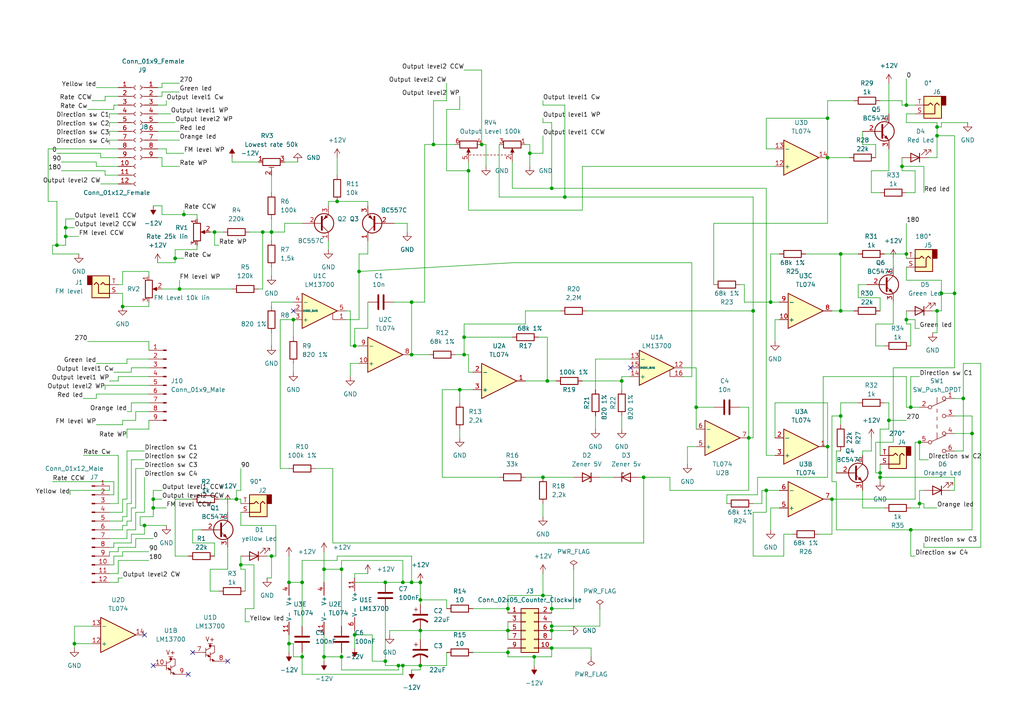
<source format=kicad_sch>
(kicad_sch (version 20211123) (generator eeschema)
  (paper "A4")
  (junction (at 19.05 66.04))
  (junction (at 264.16 153.67))
  (junction (at 116.84 168.91))
  (junction (at 62.23 67.31))
  (junction (at 255.27 137.16))
  (junction (at 102.87 100.33))
  (junction (at 93.98 190.5))
  (junction (at 83.82 186.69))
  (junction (at 139.7 41.91))
  (junction (at 281.94 125.73))
  (junction (at 163.83 57.15))
  (junction (at 271.78 90.17))
  (junction (at 160.02 187.96))
  (junction (at 93.98 165.1))
  (junction (at 134.62 102.87))
  (junction (at 119.38 102.87))
  (junction (at 158.75 110.49))
  (junction (at 87.63 168.91))
  (junction (at 266.7 146.05))
  (junction (at 41.91 152.4))
  (junction (at 266.7 128.27))
  (junction (at 121.92 173.99))
  (junction (at 262.89 30.48))
  (junction (at 160.02 54.61))
  (junction (at 147.32 176.53))
  (junction (at 133.35 113.03))
  (junction (at 147.32 189.23))
  (junction (at 97.79 58.42))
  (junction (at 85.09 92.71))
  (junction (at 68.58 144.78))
  (junction (at 104.14 78.74))
  (junction (at 262.89 92.71))
  (junction (at 271.78 36.83))
  (junction (at 21.59 186.69))
  (junction (at 157.48 172.72))
  (junction (at 218.44 90.17))
  (junction (at 78.74 67.31))
  (junction (at 76.2 67.31))
  (junction (at 160.02 176.53))
  (junction (at 257.81 121.92))
  (junction (at 241.3 144.78))
  (junction (at 276.86 85.09))
  (junction (at 19.05 68.58))
  (junction (at 240.03 34.29))
  (junction (at 78.74 161.29))
  (junction (at 243.84 120.65))
  (junction (at 243.84 90.17))
  (junction (at 116.84 193.04))
  (junction (at 16.51 71.12))
  (junction (at 121.92 182.88))
  (junction (at 264.16 118.11))
  (junction (at 160.02 182.88))
  (junction (at 271.78 39.37))
  (junction (at 125.73 41.91))
  (junction (at 102.87 184.15))
  (junction (at 134.62 97.79))
  (junction (at 255.27 138.43))
  (junction (at 223.52 87.63))
  (junction (at 153.67 44.45))
  (junction (at 83.82 168.91))
  (junction (at 119.38 168.91))
  (junction (at 119.38 87.63))
  (junction (at 147.32 182.88))
  (junction (at 243.84 73.66))
  (junction (at 279.4 115.57))
  (junction (at 111.76 168.91))
  (junction (at 217.17 127))
  (junction (at 154.94 190.5))
  (junction (at 121.92 193.04))
  (junction (at 99.06 165.1))
  (junction (at 261.62 48.26))
  (junction (at 87.63 190.5))
  (junction (at 99.06 190.5))
  (junction (at 69.85 163.83))
  (junction (at 186.69 138.43))
  (junction (at 44.45 147.32))
  (junction (at 52.07 83.82))
  (junction (at 273.05 85.09))
  (junction (at 35.56 88.9))
  (junction (at 157.48 138.43))
  (junction (at 240.03 45.72))
  (junction (at 222.25 142.24))
  (junction (at 180.34 110.49))
  (junction (at 111.76 191.77))
  (junction (at 115.57 193.04))
  (junction (at 160.02 181.61))
  (junction (at 50.8 74.93))
  (junction (at 240.03 129.54))
  (junction (at 201.93 118.11))
  (junction (at 44.45 144.78))
  (junction (at 262.89 73.66))
  (junction (at 121.92 168.91))
  (junction (at 135.89 49.53))
  (junction (at 53.34 62.23))
  (no_connect (at 85.09 90.17))
  (no_connect (at 182.88 106.68))
  (no_connect (at 54.61 195.58))
  (no_connect (at 44.45 193.04))
  (no_connect (at 55.88 189.23))
  (no_connect (at 66.04 191.77))
  (no_connect (at 41.91 184.15))
  (wire (pts (xy 254 93.98) (xy 254 100.33)))
  (wire (pts (xy 31.75 153.67) (xy 35.56 153.67)))
  (wire (pts (xy 166.37 165.1) (xy 166.37 176.53)))
  (wire (pts (xy 80.01 152.4) (xy 69.85 152.4)))
  (wire (pts (xy 255.27 124.46) (xy 257.81 124.46)))
  (wire (pts (xy 140.97 41.91) (xy 140.97 48.26)))
  (wire (pts (xy 21.59 186.69) (xy 26.67 186.69)))
  (wire (pts (xy 15.24 73.66) (xy 22.86 73.66)))
  (wire (pts (xy 119.38 102.87) (xy 119.38 87.63)))
  (wire (pts (xy 46.99 142.24) (xy 44.45 142.24)))
  (wire (pts (xy 262.89 22.86) (xy 262.89 30.48)))
  (wire (pts (xy 259.08 128.27) (xy 254 128.27)))
  (wire (pts (xy 267.97 147.32) (xy 267.97 146.05)))
  (wire (pts (xy 81.28 135.89) (xy 81.28 92.71)))
  (wire (pts (xy 20.32 143.51) (xy 20.32 142.24)))
  (wire (pts (xy 31.75 110.49) (xy 34.29 110.49)))
  (wire (pts (xy 43.18 121.92) (xy 43.18 124.46)))
  (wire (pts (xy 279.4 130.81) (xy 279.4 115.57)))
  (wire (pts (xy 259.08 93.98) (xy 254 93.98)))
  (wire (pts (xy 241.3 90.17) (xy 243.84 90.17)))
  (wire (pts (xy 82.55 46.99) (xy 86.36 46.99)))
  (wire (pts (xy 255.27 90.17) (xy 255.27 86.36)))
  (wire (pts (xy 262.89 30.48) (xy 261.62 30.48)))
  (wire (pts (xy 252.73 49.53) (xy 252.73 55.88)))
  (wire (pts (xy 218.44 57.15) (xy 218.44 90.17)))
  (wire (pts (xy 102.87 168.91) (xy 111.76 168.91)))
  (wire (pts (xy 44.45 144.78) (xy 46.99 144.78)))
  (wire (pts (xy 41.91 154.94) (xy 41.91 152.4)))
  (wire (pts (xy 262.89 73.66) (xy 262.89 74.93)))
  (wire (pts (xy 198.12 106.68) (xy 201.93 106.68)))
  (wire (pts (xy 17.78 46.99) (xy 27.94 46.99)))
  (wire (pts (xy 243.84 90.17) (xy 243.84 73.66)))
  (wire (pts (xy 217.17 127) (xy 218.44 127)))
  (wire (pts (xy 123.19 41.91) (xy 123.19 87.63)))
  (wire (pts (xy 87.63 189.23) (xy 87.63 190.5)))
  (wire (pts (xy 137.16 176.53) (xy 147.32 176.53)))
  (wire (pts (xy 111.76 168.91) (xy 116.84 168.91)))
  (wire (pts (xy 31.75 39.37) (xy 31.75 38.1)))
  (wire (pts (xy 29.21 45.72) (xy 34.29 45.72)))
  (wire (pts (xy 38.1 147.32) (xy 38.1 151.13)))
  (wire (pts (xy 279.4 105.41) (xy 284.48 105.41)))
  (wire (pts (xy 100.33 90.17) (xy 101.6 90.17)))
  (wire (pts (xy 35.56 78.74) (xy 43.18 78.74)))
  (wire (pts (xy 31.75 33.02) (xy 34.29 33.02)))
  (wire (pts (xy 255.27 86.36) (xy 248.92 86.36)))
  (wire (pts (xy 226.06 73.66) (xy 223.52 73.66)))
  (wire (pts (xy 248.92 82.55) (xy 251.46 82.55)))
  (wire (pts (xy 128.27 113.03) (xy 133.35 113.03)))
  (wire (pts (xy 35.56 160.02) (xy 43.18 160.02)))
  (wire (pts (xy 35.56 121.92) (xy 39.37 121.92)))
  (wire (pts (xy 215.9 82.55) (xy 215.9 87.63)))
  (wire (pts (xy 78.74 63.5) (xy 78.74 67.31)))
  (wire (pts (xy 52.07 48.26) (xy 46.99 48.26)))
  (wire (pts (xy 19.05 71.12) (xy 16.51 71.12)))
  (wire (pts (xy 157.48 172.72) (xy 147.32 172.72)))
  (wire (pts (xy 99.06 181.61) (xy 99.06 165.1)))
  (wire (pts (xy 129.54 173.99) (xy 121.92 173.99)))
  (wire (pts (xy 29.21 53.34) (xy 34.29 53.34)))
  (wire (pts (xy 39.37 153.67) (xy 39.37 148.59)))
  (wire (pts (xy 160.02 172.72) (xy 157.48 172.72)))
  (wire (pts (xy 148.59 54.61) (xy 160.02 54.61)))
  (wire (pts (xy 182.88 104.14) (xy 172.72 104.14)))
  (wire (pts (xy 39.37 147.32) (xy 38.1 147.32)))
  (wire (pts (xy 256.54 147.32) (xy 250.19 147.32)))
  (wire (pts (xy 280.67 35.56) (xy 273.05 35.56)))
  (wire (pts (xy 144.78 41.91) (xy 144.78 57.15)))
  (wire (pts (xy 279.4 115.57) (xy 279.4 105.41)))
  (wire (pts (xy 93.98 165.1) (xy 99.06 165.1)))
  (wire (pts (xy 97.79 162.56) (xy 97.79 161.29)))
  (wire (pts (xy 104.14 105.41) (xy 101.6 105.41)))
  (wire (pts (xy 43.18 78.74) (xy 43.18 80.01)))
  (wire (pts (xy 160.02 182.88) (xy 160.02 185.42)))
  (wire (pts (xy 69.85 163.83) (xy 69.85 165.1)))
  (wire (pts (xy 21.59 63.5) (xy 19.05 63.5)))
  (wire (pts (xy 72.39 180.34) (xy 71.12 180.34)))
  (wire (pts (xy 240.03 45.72) (xy 246.38 45.72)))
  (wire (pts (xy 243.84 90.17) (xy 247.65 90.17)))
  (wire (pts (xy 265.43 33.02) (xy 262.89 33.02)))
  (wire (pts (xy 276.86 115.57) (xy 279.4 115.57)))
  (wire (pts (xy 45.72 40.64) (xy 52.07 40.64)))
  (wire (pts (xy 57.15 71.12) (xy 57.15 72.39)))
  (wire (pts (xy 256.54 73.66) (xy 262.89 73.66)))
  (wire (pts (xy 134.62 93.98) (xy 134.62 97.79)))
  (wire (pts (xy 147.32 182.88) (xy 147.32 185.42)))
  (wire (pts (xy 237.49 154.94) (xy 241.3 154.94)))
  (wire (pts (xy 50.8 74.93) (xy 50.8 76.2)))
  (wire (pts (xy 254 45.72) (xy 254 41.91)))
  (wire (pts (xy 78.74 77.47) (xy 78.74 80.01)))
  (wire (pts (xy 158.75 110.49) (xy 158.75 97.79)))
  (wire (pts (xy 121.92 193.04) (xy 129.54 193.04)))
  (wire (pts (xy 53.34 62.23) (xy 46.99 62.23)))
  (wire (pts (xy 116.84 193.04) (xy 121.92 193.04)))
  (wire (pts (xy 102.87 182.88) (xy 102.87 184.15)))
  (wire (pts (xy 157.48 166.37) (xy 157.48 172.72)))
  (wire (pts (xy 69.85 148.59) (xy 69.85 152.4)))
  (wire (pts (xy 257.81 116.84) (xy 256.54 116.84)))
  (wire (pts (xy 16.51 44.45) (xy 29.21 44.45)))
  (wire (pts (xy 52.07 24.13) (xy 46.99 24.13)))
  (wire (pts (xy 135.89 46.99) (xy 135.89 49.53)))
  (wire (pts (xy 168.91 110.49) (xy 180.34 110.49)))
  (wire (pts (xy 41.91 148.59) (xy 41.91 138.43)))
  (wire (pts (xy 137.16 189.23) (xy 147.32 189.23)))
  (wire (pts (xy 229.87 154.94) (xy 227.33 154.94)))
  (wire (pts (xy 218.44 161.29) (xy 218.44 148.59)))
  (wire (pts (xy 114.3 64.77) (xy 118.11 64.77)))
  (wire (pts (xy 264.16 109.22) (xy 264.16 118.11)))
  (wire (pts (xy 62.23 67.31) (xy 64.77 67.31)))
  (wire (pts (xy 31.75 146.05) (xy 34.29 146.05)))
  (wire (pts (xy 91.44 135.89) (xy 96.52 135.89)))
  (wire (pts (xy 13.97 58.42) (xy 13.97 43.18)))
  (wire (pts (xy 25.4 99.06) (xy 43.18 99.06)))
  (wire (pts (xy 261.62 30.48) (xy 261.62 29.21)))
  (wire (pts (xy 52.07 26.67) (xy 46.99 26.67)))
  (wire (pts (xy 210.82 143.51) (xy 219.71 143.51)))
  (wire (pts (xy 38.1 154.94) (xy 41.91 154.94)))
  (wire (pts (xy 39.37 119.38) (xy 43.18 119.38)))
  (wire (pts (xy 224.79 127) (xy 224.79 116.84)))
  (wire (pts (xy 36.83 127) (xy 36.83 124.46)))
  (wire (pts (xy 106.68 166.37) (xy 102.87 166.37)))
  (wire (pts (xy 19.05 66.04) (xy 21.59 66.04)))
  (wire (pts (xy 222.25 34.29) (xy 240.03 34.29)))
  (wire (pts (xy 36.83 153.67) (xy 39.37 153.67)))
  (wire (pts (xy 41.91 135.89) (xy 39.37 135.89)))
  (wire (pts (xy 62.23 157.48) (xy 55.88 157.48)))
  (wire (pts (xy 144.78 57.15) (xy 163.83 57.15)))
  (wire (pts (xy 243.84 73.66) (xy 248.92 73.66)))
  (wire (pts (xy 223.52 73.66) (xy 223.52 87.63)))
  (wire (pts (xy 160.02 180.34) (xy 160.02 181.61)))
  (wire (pts (xy 248.92 86.36) (xy 248.92 82.55)))
  (wire (pts (xy 111.76 193.04) (xy 115.57 193.04)))
  (wire (pts (xy 276.86 130.81) (xy 279.4 130.81)))
  (wire (pts (xy 243.84 120.65) (xy 243.84 123.19)))
  (wire (pts (xy 129.54 31.75) (xy 129.54 49.53)))
  (wire (pts (xy 267.97 157.48) (xy 267.97 158.75)))
  (wire (pts (xy 77.47 167.64) (xy 78.74 167.64)))
  (wire (pts (xy 35.56 123.19) (xy 35.56 121.92)))
  (wire (pts (xy 180.34 110.49) (xy 180.34 113.03)))
  (wire (pts (xy 119.38 102.87) (xy 124.46 102.87)))
  (wire (pts (xy 44.45 147.32) (xy 44.45 149.86)))
  (wire (pts (xy 113.03 182.88) (xy 121.92 182.88)))
  (wire (pts (xy 106.68 59.69) (xy 106.68 58.42)))
  (wire (pts (xy 115.57 193.04) (xy 116.84 193.04)))
  (wire (pts (xy 247.65 29.21) (xy 240.03 29.21)))
  (wire (pts (xy 34.29 110.49) (xy 34.29 109.22)))
  (wire (pts (xy 257.81 116.84) (xy 257.81 121.92)))
  (wire (pts (xy 57.15 72.39) (xy 50.8 72.39)))
  (wire (pts (xy 40.64 152.4) (xy 40.64 149.86)))
  (wire (pts (xy 111.76 191.77) (xy 107.95 191.77)))
  (wire (pts (xy 266.7 142.24) (xy 266.7 146.05)))
  (wire (pts (xy 147.32 189.23) (xy 147.32 190.5)))
  (wire (pts (xy 273.05 81.28) (xy 262.89 81.28)))
  (wire (pts (xy 265.43 161.29) (xy 264.16 161.29)))
  (wire (pts (xy 262.89 90.17) (xy 262.89 92.71)))
  (wire (pts (xy 31.75 35.56) (xy 34.29 35.56)))
  (wire (pts (xy 73.66 176.53) (xy 73.66 163.83)))
  (wire (pts (xy 224.79 48.26) (xy 168.91 48.26)))
  (wire (pts (xy 201.93 106.68) (xy 201.93 118.11)))
  (wire (pts (xy 250.19 130.81) (xy 252.73 130.81)))
  (wire (pts (xy 267.97 146.05) (xy 266.7 146.05)))
  (wire (pts (xy 284.48 158.75) (xy 284.48 105.41)))
  (wire (pts (xy 21.59 181.61) (xy 21.59 186.69)))
  (wire (pts (xy 35.56 161.29) (xy 33.02 161.29)))
  (wire (pts (xy 171.45 187.96) (xy 160.02 187.96)))
  (wire (pts (xy 262.89 121.92) (xy 257.81 121.92)))
  (wire (pts (xy 133.35 31.75) (xy 129.54 31.75)))
  (wire (pts (xy 201.93 118.11) (xy 207.01 118.11)))
  (wire (pts (xy 96.52 157.48) (xy 96.52 135.89)))
  (wire (pts (xy 250.19 142.24) (xy 250.19 147.32)))
  (wire (pts (xy 87.63 168.91) (xy 83.82 168.91)))
  (wire (pts (xy 121.92 182.88) (xy 147.32 182.88)))
  (wire (pts (xy 157.48 35.56) (xy 160.02 35.56)))
  (wire (pts (xy 16.51 71.12) (xy 15.24 71.12)))
  (wire (pts (xy 226.06 92.71) (xy 224.79 92.71)))
  (wire (pts (xy 27.94 46.99) (xy 27.94 48.26)))
  (wire (pts (xy 27.94 105.41) (xy 36.83 105.41)))
  (wire (pts (xy 34.29 85.09) (xy 35.56 85.09)))
  (wire (pts (xy 78.74 96.52) (xy 78.74 100.33)))
  (wire (pts (xy 265.43 30.48) (xy 262.89 30.48)))
  (wire (pts (xy 243.84 116.84) (xy 243.84 120.65)))
  (wire (pts (xy 264.16 118.11) (xy 262.89 118.11)))
  (wire (pts (xy 132.08 41.91) (xy 125.73 41.91)))
  (wire (pts (xy 99.06 190.5) (xy 99.06 194.31)))
  (wire (pts (xy 262.89 118.11) (xy 262.89 109.22)))
  (wire (pts (xy 50.8 72.39) (xy 50.8 74.93)))
  (wire (pts (xy 147.32 176.53) (xy 147.32 177.8)))
  (wire (pts (xy 48.26 44.45) (xy 48.26 43.18)))
  (wire (pts (xy 180.34 110.49) (xy 180.34 109.22)))
  (wire (pts (xy 265.43 144.78) (xy 241.3 144.78)))
  (wire (pts (xy 35.56 82.55) (xy 35.56 78.74)))
  (wire (pts (xy 240.03 29.21) (xy 240.03 34.29)))
  (wire (pts (xy 15.24 139.7) (xy 33.02 139.7)))
  (wire (pts (xy 83.82 161.29) (xy 83.82 168.91)))
  (wire (pts (xy 172.72 120.65) (xy 172.72 124.46)))
  (wire (pts (xy 57.15 62.23) (xy 53.34 62.23)))
  (wire (pts (xy 102.87 166.37) (xy 102.87 167.64)))
  (wire (pts (xy 147.32 187.96) (xy 147.32 189.23)))
  (wire (pts (xy 87.63 190.5) (xy 87.63 195.58)))
  (wire (pts (xy 33.02 31.75) (xy 33.02 30.48)))
  (wire (pts (xy 46.99 62.23) (xy 46.99 59.69)))
  (wire (pts (xy 276.86 142.24) (xy 275.59 142.24)))
  (wire (pts (xy 99.06 189.23) (xy 99.06 190.5)))
  (wire (pts (xy 50.8 161.29) (xy 54.61 161.29)))
  (wire (pts (xy 194.31 142.24) (xy 217.17 142.24)))
  (wire (pts (xy 238.76 129.54) (xy 240.03 129.54)))
  (wire (pts (xy 281.94 120.65) (xy 281.94 125.73)))
  (wire (pts (xy 36.83 130.81) (xy 36.83 144.78)))
  (wire (pts (xy 99.06 165.1) (xy 99.06 162.56)))
  (wire (pts (xy 104.14 73.66) (xy 104.14 78.74)))
  (wire (pts (xy 34.29 167.64) (xy 34.29 168.91)))
  (wire (pts (xy 172.72 104.14) (xy 172.72 113.03)))
  (wire (pts (xy 116.84 162.56) (xy 116.84 168.91)))
  (wire (pts (xy 224.79 92.71) (xy 224.79 99.06)))
  (wire (pts (xy 276.86 85.09) (xy 273.05 85.09)))
  (wire (pts (xy 222.25 132.08) (xy 224.79 132.08)))
  (wire (pts (xy 214.63 82.55) (xy 215.9 82.55)))
  (wire (pts (xy 95.25 58.42) (xy 95.25 59.69)))
  (wire (pts (xy 34.29 109.22) (xy 43.18 109.22)))
  (wire (pts (xy 152.4 93.98) (xy 134.62 93.98)))
  (wire (pts (xy 36.83 151.13) (xy 36.83 152.4)))
  (wire (pts (xy 160.02 182.88) (xy 165.1 182.88)))
  (wire (pts (xy 252.73 55.88) (xy 255.27 55.88)))
  (wire (pts (xy 267.97 55.88) (xy 267.97 48.26)))
  (wire (pts (xy 68.58 142.24) (xy 68.58 144.78)))
  (wire (pts (xy 19.05 68.58) (xy 22.86 68.58)))
  (wire (pts (xy 154.94 190.5) (xy 154.94 193.04)))
  (wire (pts (xy 36.83 146.05) (xy 36.83 149.86)))
  (wire (pts (xy 31.75 36.83) (xy 31.75 35.56)))
  (wire (pts (xy 50.8 161.29) (xy 50.8 144.78)))
  (wire (pts (xy 45.72 35.56) (xy 50.8 35.56)))
  (wire (pts (xy 34.29 162.56) (xy 43.18 162.56)))
  (wire (pts (xy 156.21 97.79) (xy 158.75 97.79)))
  (wire (pts (xy 173.99 181.61) (xy 160.02 181.61)))
  (wire (pts (xy 241.3 144.78) (xy 241.3 154.94)))
  (wire (pts (xy 101.6 100.33) (xy 102.87 100.33)))
  (wire (pts (xy 35.56 151.13) (xy 35.56 149.86)))
  (wire (pts (xy 45.72 38.1) (xy 52.07 38.1)))
  (wire (pts (xy 40.64 152.4) (xy 41.91 152.4)))
  (wire (pts (xy 93.98 190.5) (xy 99.06 190.5)))
  (wire (pts (xy 233.68 73.66) (xy 243.84 73.66)))
  (wire (pts (xy 62.23 161.29) (xy 62.23 157.48)))
  (wire (pts (xy 157.48 146.05) (xy 157.48 149.86)))
  (wire (pts (xy 60.96 67.31) (xy 62.23 67.31)))
  (wire (pts (xy 48.26 43.18) (xy 45.72 43.18)))
  (wire (pts (xy 254 128.27) (xy 254 137.16)))
  (wire (pts (xy 226.06 142.24) (xy 222.25 142.24)))
  (wire (pts (xy 157.48 39.37) (xy 157.48 44.45)))
  (wire (pts (xy 119.38 87.63) (xy 123.19 87.63)))
  (wire (pts (xy 104.14 78.74) (xy 148.59 76.2)))
  (wire (pts (xy 264.16 100.33) (xy 264.16 93.98)))
  (wire (pts (xy 31.75 158.75) (xy 33.02 158.75)))
  (wire (pts (xy 97.79 58.42) (xy 106.68 58.42)))
  (wire (pts (xy 35.56 167.64) (xy 34.29 167.64)))
  (wire (pts (xy 273.05 36.83) (xy 271.78 36.83)))
  (wire (pts (xy 85.09 92.71) (xy 85.09 97.79)))
  (wire (pts (xy 39.37 121.92) (xy 39.37 119.38)))
  (wire (pts (xy 240.03 34.29) (xy 240.03 45.72)))
  (wire (pts (xy 163.83 30.48) (xy 163.83 57.15)))
  (wire (pts (xy 17.78 49.53) (xy 30.48 49.53)))
  (wire (pts (xy 27.94 114.3) (xy 43.18 114.3)))
  (wire (pts (xy 44.45 59.69) (xy 46.99 59.69)))
  (wire (pts (xy 39.37 156.21) (xy 39.37 158.75)))
  (wire (pts (xy 83.82 184.15) (xy 83.82 186.69)))
  (wire (pts (xy 33.02 30.48) (xy 34.29 30.48)))
  (wire (pts (xy 77.47 161.29) (xy 78.74 161.29)))
  (wire (pts (xy 80.01 152.4) (xy 80.01 161.29)))
  (wire (pts (xy 160.02 35.56) (xy 160.02 54.61)))
  (wire (pts (xy 93.98 190.5) (xy 93.98 191.77)))
  (wire (pts (xy 36.83 144.78) (xy 35.56 144.78)))
  (wire (pts (xy 121.92 173.99) (xy 121.92 175.26)))
  (wire (pts (xy 78.74 50.8) (xy 78.74 55.88)))
  (wire (pts (xy 31.75 40.64) (xy 34.29 40.64)))
  (wire (pts (xy 41.91 152.4) (xy 48.26 152.4)))
  (wire (pts (xy 83.82 135.89) (xy 81.28 135.89)))
  (wire (pts (xy 137.16 113.03) (xy 133.35 113.03)))
  (wire (pts (xy 154.94 190.5) (xy 147.32 190.5)))
  (wire (pts (xy 78.74 161.29) (xy 80.01 161.29)))
  (wire (pts (xy 44.45 147.32) (xy 48.26 147.32)))
  (wire (pts (xy 160.02 177.8) (xy 160.02 176.53)))
  (wire (pts (xy 153.67 41.91) (xy 153.67 44.45)))
  (wire (pts (xy 139.7 41.91) (xy 140.97 41.91)))
  (wire (pts (xy 199.39 129.54) (xy 199.39 134.62)))
  (wire (pts (xy 35.56 144.78) (xy 35.56 148.59)))
  (wire (pts (xy 201.93 118.11) (xy 201.93 124.46)))
  (wire (pts (xy 33.02 163.83) (xy 31.75 163.83)))
  (wire (pts (xy 31.75 166.37) (xy 34.29 166.37)))
  (wire (pts (xy 162.56 90.17) (xy 152.4 90.17)))
  (wire (pts (xy 72.39 67.31) (xy 76.2 67.31)))
  (wire (pts (xy 255.27 137.16) (xy 255.27 138.43)))
  (wire (pts (xy 97.79 58.42) (xy 95.25 58.42)))
  (wire (pts (xy 223.52 147.32) (xy 223.52 153.67)))
  (wire (pts (xy 31.75 41.91) (xy 31.75 40.64)))
  (wire (pts (xy 87.63 190.5) (xy 85.09 190.5)))
  (wire (pts (xy 134.62 102.87) (xy 135.89 102.87)))
  (wire (pts (xy 210.82 146.05) (xy 210.82 143.51)))
  (wire (pts (xy 261.62 48.26) (xy 267.97 48.26)))
  (wire (pts (xy 50.8 144.78) (xy 55.88 144.78)))
  (wire (pts (xy 34.29 158.75) (xy 39.37 158.75)))
  (wire (pts (xy 100.33 92.71) (xy 104.14 92.71)))
  (wire (pts (xy 186.69 138.43) (xy 186.69 157.48)))
  (wire (pts (xy 276.86 106.68) (xy 259.08 106.68)))
  (wire (pts (xy 36.83 119.38) (xy 38.1 119.38)))
  (wire (pts (xy 118.11 64.77) (xy 118.11 67.31)))
  (wire (pts (xy 128.27 138.43) (xy 128.27 113.03)))
  (wire (pts (xy 62.23 67.31) (xy 62.23 71.12)))
  (wire (pts (xy 215.9 87.63) (xy 223.52 87.63)))
  (wire (pts (xy 269.24 133.35) (xy 266.7 133.35)))
  (wire (pts (xy 259.08 106.68) (xy 259.08 128.27)))
  (wire (pts (xy 266.7 109.22) (xy 264.16 109.22)))
  (wire (pts (xy 270.51 90.17) (xy 271.78 90.17)))
  (wire (pts (xy 276.86 85.09) (xy 276.86 106.68)))
  (wire (pts (xy 267.97 142.24) (xy 266.7 142.24)))
  (wire (pts (xy 45.72 30.48) (xy 48.26 30.48)))
  (wire (pts (xy 281.94 125.73) (xy 281.94 153.67)))
  (wire (pts (xy 85.09 105.41) (xy 85.09 107.95)))
  (wire (pts (xy 119.38 168.91) (xy 121.92 168.91)))
  (wire (pts (xy 20.32 142.24) (xy 31.75 142.24)))
  (wire (pts (xy 44.45 144.78) (xy 44.45 147.32)))
  (wire (pts (xy 78.74 87.63) (xy 78.74 88.9)))
  (wire (pts (xy 38.1 106.68) (xy 43.18 106.68)))
  (wire (pts (xy 257.81 121.92) (xy 257.81 124.46)))
  (wire (pts (xy 261.62 48.26) (xy 261.62 45.72)))
  (wire (pts (xy 101.6 105.41) (xy 101.6 109.22)))
  (wire (pts (xy 214.63 118.11) (xy 217.17 118.11)))
  (wire (pts (xy 36.83 124.46) (xy 43.18 124.46)))
  (wire (pts (xy 257.81 24.13) (xy 257.81 33.02)))
  (wire (pts (xy 30.48 111.76) (xy 30.48 113.03)))
  (wire (pts (xy 240.03 45.72) (xy 240.03 64.77)))
  (wire (pts (xy 200.66 76.2) (xy 200.66 109.22)))
  (wire (pts (xy 241.3 139.7) (xy 241.3 120.65)))
  (wire (pts (xy 35.56 88.9) (xy 43.18 88.9)))
  (wire (pts (xy 31.75 161.29) (xy 31.75 160.02)))
  (wire (pts (xy 27.94 25.4) (xy 34.29 25.4)))
  (wire (pts (xy 106.68 73.66) (xy 106.68 69.85)))
  (wire (pts (xy 265.43 92.71) (xy 262.89 92.71)))
  (wire (pts (xy 38.1 157.48) (xy 33.02 157.48)))
  (wire (pts (xy 262.89 92.71) (xy 262.89 93.98)))
  (wire (pts (xy 36.83 152.4) (xy 35.56 152.4)))
  (wire (pts (xy 38.1 116.84) (xy 43.18 116.84)))
  (wire (pts (xy 69.85 135.89) (xy 69.85 142.24)))
  (wire (pts (xy 46.99 83.82) (xy 52.07 83.82)))
  (wire (pts (xy 218.44 127) (xy 218.44 90.17)))
  (wire (pts (xy 78.74 67.31) (xy 82.55 67.31)))
  (wire (pts (xy 252.73 130.81) (xy 252.73 127)))
  (wire (pts (xy 218.44 148.59) (xy 222.25 148.59)))
  (wire (pts (xy 121.92 168.91) (xy 121.92 173.99)))
  (wire (pts (xy 78.74 161.29) (xy 78.74 167.64)))
  (wire (pts (xy 266.7 118.11) (xy 264.16 118.11)))
  (wire (pts (xy 71.12 171.45) (xy 71.12 165.1)))
  (wire (pts (xy 160.02 187.96) (xy 160.02 190.5)))
  (wire (pts (xy 273.05 35.56) (xy 273.05 36.83)))
  (wire (pts (xy 41.91 130.81) (xy 36.83 130.81)))
  (wire (pts (xy 217.17 118.11) (xy 217.17 127)))
  (wire (pts (xy 227.33 161.29) (xy 218.44 161.29)))
  (wire (pts (xy 271.78 147.32) (xy 267.97 147.32)))
  (wire (pts (xy 152.4 90.17) (xy 152.4 93.98)))
  (wire (pts (xy 219.71 138.43) (xy 240.03 138.43)))
  (wire (pts (xy 163.83 57.15) (xy 218.44 57.15)))
  (wire (pts (xy 152.4 138.43) (xy 157.48 138.43)))
  (wire (pts (xy 129.54 49.53) (xy 135.89 49.53)))
  (wire (pts (xy 55.88 157.48) (xy 55.88 153.67)))
  (wire (pts (xy 266.7 146.05) (xy 266.7 147.32)))
  (wire (pts (xy 152.4 41.91) (xy 153.67 41.91)))
  (wire (pts (xy 67.31 45.72) (xy 67.31 46.99)))
  (wire (pts (xy 73.66 163.83) (xy 69.85 163.83)))
  (wire (pts (xy 119.38 161.29) (xy 119.38 168.91)))
  (wire (pts (xy 43.18 87.63) (xy 43.18 88.9)))
  (wire (pts (xy 271.78 36.83) (xy 271.78 39.37)))
  (wire (pts (xy 30.48 27.94) (xy 34.29 27.94)))
  (wire (pts (xy 102.87 95.25) (xy 102.87 100.33)))
  (wire (pts (xy 30.48 49.53) (xy 30.48 50.8)))
  (wire (pts (xy 71.12 165.1) (xy 69.85 165.1)))
  (wire (pts (xy 93.98 184.15) (xy 93.98 190.5)))
  (wire (pts (xy 148.59 97.79) (xy 134.62 97.79)))
  (wire (pts (xy 262.89 55.88) (xy 265.43 55.88)))
  (wire (pts (xy 99.06 194.31) (xy 115.57 194.31)))
  (wire (pts (xy 111.76 176.53) (xy 111.76 191.77)))
  (wire (pts (xy 46.99 26.67) (xy 46.99 27.94)))
  (wire (pts (xy 148.59 76.2) (xy 200.66 76.2)))
  (wire (pts (xy 240.03 129.54) (xy 240.03 138.43)))
  (wire (pts (xy 44.45 142.24) (xy 44.45 144.78)))
  (wire (pts (xy 222.25 142.24) (xy 220.98 142.24)))
  (wire (pts (xy 97.79 45.72) (xy 97.79 50.8)))
  (wire (pts (xy 158.75 110.49) (xy 161.29 110.49)))
  (wire (pts (xy 57.15 63.5) (xy 57.15 62.23)))
  (wire (pts (xy 104.14 92.71) (xy 104.14 78.74)))
  (wire (pts (xy 133.35 27.94) (xy 133.35 31.75)))
  (wire (pts (xy 53.34 60.96) (xy 53.34 62.23)))
  (wire (pts (xy 87.63 181.61) (xy 87.63 168.91)))
  (wire (pts (xy 198.12 109.22) (xy 200.66 109.22)))
  (wire (pts (xy 185.42 138.43) (xy 186.69 138.43)))
  (wire (pts (xy 265.43 128.27) (xy 265.43 144.78)))
  (wire (pts (xy 257.81 49.53) (xy 252.73 49.53)))
  (wire (pts (xy 160.02 54.61) (xy 222.25 54.61)))
  (wire (pts (xy 129.54 29.21) (xy 125.73 29.21)))
  (wire (pts (xy 36.83 105.41) (xy 36.83 104.14)))
  (wire (pts (xy 276.86 120.65) (xy 281.94 120.65)))
  (wire (pts (xy 276.86 125.73) (xy 281.94 125.73)))
  (wire (pts (xy 87.63 64.77) (xy 82.55 64.77)))
  (wire (pts (xy 38.1 107.95) (xy 38.1 106.68)))
  (wire (pts (xy 38.1 154.94) (xy 38.1 157.48)))
  (wire (pts (xy 133.35 113.03) (xy 133.35 116.84)))
  (wire (pts (xy 68.58 144.78) (xy 69.85 144.78)))
  (wire (pts (xy 137.16 107.95) (xy 135.89 107.95)))
  (wire (pts (xy 31.75 156.21) (xy 36.83 156.21)))
  (wire (pts (xy 222.25 148.59) (xy 222.25 142.24)))
  (wire (pts (xy 39.37 135.89) (xy 39.37 147.32)))
  (wire (pts (xy 85.09 190.5) (xy 85.09 186.69)))
  (wire (pts (xy 52.07 83.82) (xy 67.31 83.82)))
  (wire (pts (xy 27.94 123.19) (xy 35.56 123.19)))
  (wire (pts (xy 24.13 115.57) (xy 27.94 115.57)))
  (wire (pts (xy 266.7 95.25) (xy 265.43 95.25)))
  (wire (pts (xy 76.2 67.31) (xy 76.2 83.82)))
  (wire (pts (xy 106.68 95.25) (xy 102.87 95.25)))
  (wire (pts (xy 265.43 49.53) (xy 261.62 49.53)))
  (wire (pts (xy 31.75 38.1) (xy 34.29 38.1)))
  (wire (pts (xy 227.33 154.94) (xy 227.33 161.29)))
  (wire (pts (xy 35.56 85.09) (xy 35.56 88.9)))
  (wire (pts (xy 129.54 24.13) (xy 129.54 29.21)))
  (wire (pts (xy 135.89 107.95) (xy 135.89 102.87)))
  (wire (pts (xy 276.86 39.37) (xy 276.86 85.09)))
  (wire (pts (xy 43.18 111.76) (xy 30.48 111.76)))
  (wire (pts (xy 238.76 109.22) (xy 238.76 129.54)))
  (wire (pts (xy 82.55 64.77) (xy 82.55 67.31)))
  (wire (pts (xy 217.17 142.24) (xy 217.17 127)))
  (wire (pts (xy 39.37 148.59) (xy 41.91 148.59)))
  (wire (pts (xy 48.26 29.21) (xy 48.26 30.48)))
  (wire (pts (xy 60.96 171.45) (xy 63.5 171.45)))
  (wire (pts (xy 33.02 107.95) (xy 38.1 107.95)))
  (wire (pts (xy 134.62 97.79) (xy 134.62 102.87)))
  (wire (pts (xy 121.92 193.04) (xy 121.92 194.31)))
  (wire (pts (xy 38.1 151.13) (xy 36.83 151.13)))
  (wire (pts (xy 266.7 128.27) (xy 265.43 128.27)))
  (wire (pts (xy 104.14 73.66) (xy 106.68 73.66)))
  (wire (pts (xy 26.67 29.21) (xy 30.48 29.21)))
  (wire (pts (xy 271.78 90.17) (xy 271.78 96.52)))
  (wire (pts (xy 186.69 157.48) (xy 96.52 157.48)))
  (wire (pts (xy 26.67 181.61) (xy 21.59 181.61)))
  (wire (pts (xy 271.78 39.37) (xy 271.78 45.72)))
  (wire (pts (xy 125.73 41.91) (xy 123.19 41.91)))
  (wire (pts (xy 262.89 77.47) (xy 262.89 81.28)))
  (wire (pts (xy 21.59 186.69) (xy 21.59 187.96)))
  (wire (pts (xy 261.62 49.53) (xy 261.62 48.26)))
  (wire (pts (xy 259.08 74.93) (xy 259.08 77.47)))
  (wire (pts (xy 223.52 87.63) (xy 226.06 87.63)))
  (wire (pts (xy 271.78 45.72) (xy 269.24 45.72)))
  (wire (pts (xy 240.03 116.84) (xy 240.03 129.54)))
  (wire (pts (xy 43.18 99.06) (xy 43.18 101.6)))
  (wire (pts (xy 220.98 146.05) (xy 218.44 146.05)))
  (wire (pts (xy 264.16 153.67) (xy 264.16 161.29)))
  (wire (pts (xy 15.24 73.66) (xy 15.24 71.12)))
  (wire (pts (xy 224.79 116.84) (xy 240.03 116.84)))
  (wire (pts (xy 31.75 168.91) (xy 34.29 168.91)))
  (wire (pts (xy 180.34 120.65) (xy 180.34 124.46)))
  (wire (pts (xy 33.02 139.7) (xy 33.02 143.51)))
  (wire (pts (xy 13.97 43.18) (xy 34.29 43.18)))
  (wire (pts (xy 36.83 104.14) (xy 43.18 104.14)))
  (wire (pts (xy 254 137.16) (xy 255.27 137.16)))
  (wire (pts (xy 38.1 146.05) (xy 36.83 146.05)))
  (wire (pts (xy 87.63 162.56) (xy 97.79 162.56)))
  (wire (pts (xy 63.5 71.12) (xy 62.23 71.12)))
  (wire (pts (xy 266.7 128.27) (xy 266.7 133.35)))
  (wire (pts (xy 69.85 161.29) (xy 69.85 163.83)))
  (wire (pts (xy 19.05 63.5) (xy 19.05 66.04)))
  (wire (pts (xy 160.02 176.53) (xy 160.02 172.72)))
  (wire (pts (xy 45.72 76.2) (xy 50.8 76.2)))
  (wire (pts (xy 121.92 182.88) (xy 121.92 185.42)))
  (wire (pts (xy 255.27 132.08) (xy 255.27 124.46)))
  (wire (pts (xy 93.98 160.02) (xy 93.98 165.1)))
  (wire (pts (xy 242.57 137.16) (xy 242.57 130.81)))
  (wire (pts (xy 66.04 146.05) (xy 66.04 148.59)))
  (wire (pts (xy 271.78 90.17) (xy 273.05 90.17)))
  (wire (pts (xy 101.6 90.17) (xy 101.6 100.33)))
  (wire (pts (xy 34.29 132.08) (xy 34.29 146.05)))
  (wire (pts (xy 33.02 143.51) (xy 31.75 143.51)))
  (wire (pts (xy 25.4 31.75) (xy 33.02 31.75)))
  (wire (pts (xy 50.8 74.93) (xy 53.34 74.93)))
  (wire (pts (xy 173.99 176.53) (xy 173.99 181.61)))
  (wire (pts (xy 207.01 64.77) (xy 240.03 64.77)))
  (wire (pts (xy 153.67 44.45) (xy 157.48 44.45)))
  (wire (pts (xy 46.99 48.26) (xy 46.99 45.72)))
  (wire (pts (xy 115.57 193.04) (xy 115.57 194.31)))
  (wire (pts (xy 129.54 176.53) (xy 129.54 173.99)))
  (wire (pts (xy 148.59 46.99) (xy 148.59 54.61)))
  (wire (pts (xy 207.01 82.55) (xy 207.01 64.77)))
  (wire (pts (xy 153.67 44.45) (xy 153.67 48.26)))
  (wire (pts (xy 24.13 132.08) (xy 34.29 132.08)))
  (wire (pts (xy 166.37 176.53) (xy 160.02 176.53)))
  (wire (pts (xy 45.72 25.4) (xy 46.99 25.4)))
  (wire (pts (xy 116.84 168.91) (xy 119.38 168.91)))
  (wire (pts (xy 34.29 82.55) (xy 35.56 82.55)))
  (wire (pts (xy 60.96 165.1) (xy 60.96 171.45)))
  (wire (pts (xy 242.57 153.67) (xy 264.16 153.67)))
  (wire (pts (xy 254 41.91) (xy 250.19 41.91)))
  (wire (pts (xy 44.45 149.86) (xy 40.64 149.86)))
  (wire (pts (xy 85.09 186.69) (xy 83.82 186.69)))
  (wire (pts (xy 33.02 157.48) (xy 33.02 158.75)))
  (wire (pts (xy 67.31 46.99) (xy 74.93 46.99)))
  (wire (pts (xy 87.63 195.58) (xy 116.84 195.58)))
  (wire (pts (xy 45.72 45.72) (xy 46.99 45.72)))
  (wire (pts (xy 157.48 138.43) (xy 166.37 138.43)))
  (wire (pts (xy 147.32 172.72) (xy 147.32 176.53)))
  (wire (pts (xy 273.05 90.17) (xy 273.05 85.09)))
  (wire (pts (xy 27.94 48.26) (xy 34.29 48.26)))
  (wire (pts (xy 133.35 124.46) (xy 133.35 127)))
  (wire (pts (xy 262.89 35.56) (xy 271.78 35.56)))
  (wire (pts (xy 34.29 160.02) (xy 34.29 158.75)))
  (wire (pts (xy 30.48 50.8) (xy 34.29 50.8)))
  (wire (pts (xy 111.76 191.77) (xy 111.76 193.04)))
  (wire (pts (xy 97.79 161.29) (xy 119.38 161.29)))
  (wire (pts (xy 147.32 180.34) (xy 147.32 182.88)))
  (wire (pts (xy 116.84 193.04) (xy 116.84 195.58)))
  (wire (pts (xy 262.89 33.02) (xy 262.89 35.56)))
  (wire (pts (xy 226.06 147.32) (xy 223.52 147.32)))
  (wire (pts (xy 30.48 29.21) (xy 30.48 27.94)))
  (wire (pts (xy 173.99 138.43) (xy 177.8 138.43)))
  (wire (pts (xy 270.51 96.52) (xy 271.78 96.52)))
  (wire (pts (xy 222.25 43.18) (xy 222.25 34.29)))
  (wire (pts (xy 33.02 161.29) (xy 33.02 163.83)))
  (wire (pts (xy 35.56 160.02) (xy 35.56 161.29)))
  (wire (pts (xy 55.88 153.67) (xy 58.42 153.67)))
  (wire (pts (xy 168.91 48.26) (xy 168.91 60.96)))
  (wire (pts (xy 16.51 58.42) (xy 16.51 71.12)))
  (wire (pts (xy 93.98 165.1) (xy 93.98 168.91)))
  (wire (pts (xy 139.7 20.32) (xy 139.7 41.91)))
  (wire (pts (xy 99.06 162.56) (xy 116.84 162.56)))
  (wire (pts (xy 78.74 67.31) (xy 78.74 69.85)))
  (wire (pts (xy 53.34 44.45) (xy 48.26 44.45)))
  (wire (pts (xy 160.02 190.5) (xy 154.94 190.5)))
  (wire (pts (xy 76.2 67.31) (xy 78.74 67.31)))
  (wire (pts (xy 107.95 184.15) (xy 102.87 184.15)))
  (wire (pts (xy 255.27 134.62) (xy 255.27 137.16)))
  (wire (pts (xy 107.95 191.77) (xy 107.95 184.15)))
  (wire (pts (xy 16.51 58.42) (xy 13.97 58.42)))
  (wire (pts (xy 271.78 39.37) (xy 276.86 39.37)))
  (wire (pts (xy 259.08 87.63) (xy 259.08 93.98)))
  (wire (pts (xy 254 100.33) (xy 256.54 100.33)))
  (wire (pts (xy 265.43 95.25) (xy 265.43 92.71)))
  (wire (pts (xy 201.93 129.54) (xy 199.39 129.54)))
  (wire (pts (xy 241.3 120.65) (xy 243.84 120.65)))
  (wire (pts (xy 250.19 132.08) (xy 250.19 130.81)))
  (wire (pts (xy 46.99 24.13) (xy 46.99 25.4)))
  (wire (pts (xy 81.28 92.71) (xy 85.09 92.71)))
  (wire (pts (xy 45.72 33.02) (xy 49.53 33.02)))
  (wire (pts (xy 66.04 158.75) (xy 66.04 165.1)))
  (wire (pts (xy 66.04 165.1) (xy 60.96 165.1)))
  (wire (pts (xy 19.05 66.04) (xy 19.05 68.58)))
  (wire (pts (xy 157.48 30.48) (xy 163.83 30.48)))
  (wire (pts (xy 144.78 138.43) (xy 128.27 138.43)))
  (wire (pts (xy 102.87 100.33) (xy 104.14 100.33)))
  (wire (pts (xy 31.75 160.02) (xy 34.29 160.02)))
  (wire (pts (xy 31.75 140.97) (xy 31.75 142.24)))
  (wire (pts (xy 242.57 153.67) (xy 242.57 139.7)))
  (wire (pts (xy 69.85 142.24) (xy 68.58 142.24)))
  (wire (pts (xy 257.81 43.18) (xy 257.81 49.53)))
  (wire (pts (xy 69.85 144.78) (xy 69.85 146.05)))
  (wire (pts (xy 255.27 138.43) (xy 276.86 138.43)))
  (wire (pts (xy 85.09 87.63) (xy 78.74 87.63)))
  (wire (pts (xy 38.1 133.35) (xy 38.1 146.05)))
  (wire (pts (xy 264.16 147.32) (xy 266.7 147.32)))
  (wire (pts (xy 276.86 138.43) (xy 276.86 142.24)))
  (wire (pts (xy 242.57 139.7) (xy 241.3 139.7)))
  (wire (pts (xy 95.25 69.85) (xy 95.25 72.39)))
  (wire (pts (xy 35.56 152.4) (xy 35.56 153.67)))
  (wire (pts (xy 38.1 119.38) (xy 38.1 116.84)))
  (wire (pts (xy 255.27 138.43) (xy 255.27 139.7)))
  (wire (pts (xy 220.98 142.24) (xy 220.98 146.05)))
  (wire (pts (xy 113.03 184.15) (xy 113.03 182.88)))
  (wire (pts (xy 157.48 29.21) (xy 157.48 30.48)))
  (wire (pts (xy 242.57 130.81) (xy 243.84 130.81)))
  (wire (pts (xy 119.38 194.31) (xy 121.92 194.31)))
  (wire (pts (xy 170.18 90.17) (xy 218.44 90.17)))
  (wire (pts (xy 267.97 158.75) (xy 284.48 158.75)))
  (wire (pts (xy 171.45 190.5) (xy 171.45 187.96)))
  (wire (pts (xy 52.07 81.28) (xy 52.07 83.82)))
  (wire (pts (xy 238.76 109.22) (xy 262.89 109.22)))
  (wire (pts (xy 31.75 151.13) (xy 35.56 151.13)))
  (wire (pts (xy 71.12 180.34) (xy 71.12 176.53)))
  (wire (pts (xy 135.89 49.53) (xy 135.89 60.96)))
  (wire (pts (xy 114.3 87.63) (xy 119.38 87.63)))
  (wire (pts (xy 262.89 64.77) (xy 262.89 73.66)))
  (wire (pts (xy 265.43 55.88) (xy 265.43 49.53)))
  (wire (pts (xy 36.83 156.21) (xy 36.83 153.67)))
  (wire (pts (xy 71.12 176.53) (xy 73.66 176.53)))
  (wire (pts (xy 87.63 168.91) (xy 87.63 162.56)))
  (wire (pts (xy 271.78 35.56) (xy 271.78 36.83)))
  (wire (pts (xy 186.69 138.43) (xy 194.31 138.43)))
  (wire (pts (xy 27.94 115.57) (xy 27.94 114.3)))
  (wire (pts (xy 34.29 166.37) (xy 34.29 162.56)))
  (wire (pts (xy 19.05 68.58) (xy 19.05 71.12)))
  (wire (pts (xy 106.68 87.63) (xy 106.68 95.25)))
  (wire (pts (xy 157.48 34.29) (xy 157.48 35.56)))
  (wire (pts (xy 41.91 133.35) (xy 38.1 133.35)))
  (wire (pts (xy 248.92 116.84) (xy 243.84 116.84)))
  (wire (pts (xy 261.62 29.21) (xy 255.27 29.21)))
  (wire (pts (xy 132.08 102.87) (xy 134.62 102.87)))
  (wire (pts (xy 160.02 181.61) (xy 160.02 182.88)))
  (wire (pts (xy 264.16 93.98) (xy 262.89 93.98)))
  (wire (pts (xy 31.75 148.59) (xy 35.56 148.59)))
  (wire (pts (xy 168.91 60.96) (xy 135.89 60.96)))
  (wire (pts (xy 273.05 85.09) (xy 273.05 81.28)))
  (wire (pts (xy 83.82 186.69) (xy 83.82 189.23)))
  (wire (pts (xy 29.21 44.45) (xy 29.21 45.72)))
  (wire (pts (xy 264.16 153.67) (xy 281.94 153.67)))
  (wire (pts (xy 63.5 144.78) (xy 68.58 144.78)))
  (wire (pts (xy 45.72 27.94) (xy 46.99 27.94)))
  (wire (pts (xy 125.73 29.21) (xy 125.73 41.91)))
  (wire (pts (xy 224.79 43.18) (xy 222.25 43.18)))
  (wire (pts (xy 222.25 54.61) (xy 222.25 132.08)))
  (wire (pts (xy 152.4 110.49) (xy 158.75 110.49)))
  (wire (pts (xy 31.75 34.29) (xy 31.75 33.02)))
  (wire (pts (xy 250.19 38.1) (xy 250.19 41.91)))
  (wire (pts (xy 180.34 109.22) (xy 182.88 109.22)))
  (wire (pts (xy 35.56 149.86) (xy 36.83 149.86)))
  (wire (pts (xy 129.54 189.23) (xy 129.54 193.04)))
  (wire (pts (xy 102.87 184.15) (xy 102.87 187.96)))
  (wire (pts (xy 39.37 156.21) (xy 44.45 156.21)))
  (wire (pts (xy 194.31 138.43) (xy 194.31 142.24)))
  (wire (pts (xy 219.71 143.51) (xy 219.71 138.43)))
  (wire (pts (xy 134.62 20.32) (xy 139.7 20.32)))
  (wire (pts (xy 74.93 83.82) (xy 76.2 83.82)))
  (label "Output level1 WP" (at 49.53 33.02 0))
  (label "Orange led" (at 52.07 40.64 0))
  (label "Direction sw C1" (at 41.91 130.81 0))
  (label "Direction sw C3" (at 31.75 39.37 180))
  (label "Red led" (at 52.07 38.1 0))
  (label "FM level CCW" (at 48.26 147.32 0))
  (label "Output level2 WP" (at 133.35 27.94 180))
  (label "Orange led" (at 36.83 119.38 180))
  (label "Yellow led" (at 27.94 25.4 180))
  (label "Output level2 WP" (at 30.48 113.03 180))
  (label "Direction sw C1" (at 266.7 109.22 0))
  (label "Rate CCW" (at 53.34 60.96 0))
  (label "Output level2 CW" (at 35.56 167.64 0))
  (label "Rate WP" (at 36.83 127 180))
  (label "Direction sw C1" (at 31.75 34.29 180))
  (label "Green led" (at 27.94 105.41 180))
  (label "Green led" (at 266.7 95.25 0))
  (label "180" (at 262.89 64.77 0))
  (label "Output level2 CW" (at 29.21 53.34 180))
  (label "Rate Cw" (at 25.4 31.75 180))
  (label "Rate CCW" (at 15.24 139.7 0))
  (label "Direction sw C3" (at 41.91 135.89 0))
  (label "Orange led" (at 271.78 147.32 0))
  (label "Rate WP" (at 63.5 71.12 0))
  (label "Output level1 WP" (at 31.75 110.49 180))
  (label "FM level WP" (at 27.94 123.19 180))
  (label "Output level1 CCW" (at 46.99 142.24 0))
  (label "0" (at 44.45 156.21 0))
  (label "Output level2 CCW" (at 134.62 20.32 180))
  (label "Yellow led" (at 72.39 180.34 0))
  (label "Direction sw C4" (at 31.75 41.91 180))
  (label "90" (at 17.78 46.99 180))
  (label "270" (at 25.4 99.06 180))
  (label "Output level1 WP" (at 157.48 34.29 0))
  (label "Output level2 CCW" (at 46.99 144.78 0))
  (label "FM level CCW" (at 22.86 68.58 0))
  (label "270" (at 52.07 24.13 0))
  (label "Green led" (at 52.07 26.67 0))
  (label "Direction sw C3" (at 267.97 157.48 0))
  (label "Direction sw C2" (at 269.24 133.35 0))
  (label "0" (at 16.51 44.45 180))
  (label "Yellow led" (at 20.32 143.51 180))
  (label "Direction sw C4" (at 265.43 161.29 0))
  (label "Output level1 CCW" (at 21.59 63.5 0))
  (label "Rate WP" (at 52.07 48.26 0))
  (label "Output level2 CW" (at 129.54 24.13 180))
  (label "FM level WP" (at 53.34 44.45 0))
  (label "Red led" (at 267.97 55.88 0))
  (label "180" (at 17.78 49.53 180))
  (label "Output level1 Cw" (at 33.02 107.95 180))
  (label "0" (at 262.89 22.86 0))
  (label "270" (at 262.89 121.92 0))
  (label "Output level1 Cw" (at 157.48 29.21 0))
  (label "Direction sw C2" (at 31.75 36.83 180))
  (label "Direction sw C2" (at 41.91 133.35 0))
  (label "Output level1 CCW" (at 157.48 39.37 0))
  (label "90" (at 43.18 160.02 0))
  (label "Rate CCW" (at 26.67 29.21 180))
  (label "FM level WP" (at 52.07 81.28 0))
  (label "Direction sw C4" (at 41.91 138.43 0))
  (label "90" (at 69.85 135.89 0))
  (label "Rate Cw" (at 24.13 132.08 0))
  (label "Red led" (at 24.13 115.57 180))
  (label "180" (at 43.18 162.56 0))
  (label "Rate Cw" (at 53.34 74.93 0))
  (label "Output level2 CCW" (at 21.59 66.04 0))
  (label "Output level1 Cw" (at 48.26 29.21 0))
  (label "Output level2 WP" (at 50.8 35.56 0))
  (symbol (lib_id "Device:R") (at 166.37 90.17 90) (unit 1)
    (property "Reference" "R20" (at 166.37 83.82 90))
    (property "Value" "2,2M" (at 166.37 86.36 90))
    (property "Footprint" "Resistor_THT:R_Axial_DIN0207_L6.3mm_D2.5mm_P7.62mm_Horizontal" (effects hide))
  )
  (symbol (lib_id "power:-12V") (at 44.45 59.69 180) (unit 1)
    (property "Reference" "#PWR06" (effects hide))
    (property "Value" "-12V" (at 44.45 64.77 0))
  )
  (symbol (lib_id "Device:R_Potentiometer_Trim") (at 78.74 46.99 90) (mirror x) (unit 1)
    (property "Reference" "RV3" (at 77.47 39.37 90))
    (property "Value" "Lowest rate 50k" (at 78.74 41.91 90))
    (property "Footprint" "Potentiometer_THT:Potentiometer_Bourns_3296W_Vertical" (effects hide))
  )
  (symbol (lib_id "Device:LED") (at 73.66 161.29 180) (unit 1)
    (property "Reference" "D1" (at 75.2475 153.67 0))
    (property "Value" "yellow Led" (at 75.2475 156.21 0))
    (property "Footprint" "LED_THT:LED_D3.0mm" (effects hide))
  )
  (symbol (lib_id "Amplifier_Operational:TL074") (at 232.41 129.54 0) (mirror x) (unit 1)
    (property "Reference" "U3" (at 232.41 119.38 0))
    (property "Value" "TL074" (at 232.41 121.92 0))
    (property "Footprint" "Package_DIP:DIP-14_W7.62mm_LongPads" (effects hide))
    (property "Datasheet" "http://www.ti.com/lit/ds/symlink/tl071.pdf" (effects hide))
  )
  (symbol (lib_id "Device:C") (at 111.76 172.72 0) (unit 1)
    (property "Reference" "C7" (at 115.57 170.8149 0) (effects (justify left)))
    (property "Value" "100nF" (at 115.57 173.3549 0) (effects (justify left)))
    (property "Footprint" "Capacitor_THT:C_Disc_D4.3mm_W1.9mm_P5.00mm" (effects hide))
  )
  (symbol (lib_id "Amplifier_Operational:TL074") (at 144.78 110.49 0) (mirror x) (unit 1)
    (property "Reference" "U2" (at 144.78 100.33 0))
    (property "Value" "TL074" (at 144.78 102.87 0))
    (property "Footprint" "Package_DIP:DIP-14_W7.62mm_LongPads" (effects hide))
    (property "Datasheet" "http://www.ti.com/lit/ds/symlink/tl071.pdf" (effects hide))
  )
  (symbol (lib_id "Device:R") (at 97.79 54.61 0) (unit 1)
    (property "Reference" "R11" (at 100.33 53.3399 0) (effects (justify left)))
    (property "Value" "10k" (at 100.33 55.8799 0) (effects (justify left)))
    (property "Footprint" "Resistor_THT:R_Axial_DIN0207_L6.3mm_D2.5mm_P7.62mm_Horizontal" (effects hide))
  )
  (symbol (lib_id "power:+12V") (at 45.72 76.2 0) (unit 1)
    (property "Reference" "#PWR05" (effects hide))
    (property "Value" "+12V" (at 45.72 71.12 0))
  )
  (symbol (lib_id "Device:R_Potentiometer") (at 43.18 83.82 0) (unit 1)
    (property "Reference" "RV2" (at 40.64 83.82 0) (effects (justify right)))
    (property "Value" "FM Level 10k lin" (at 60.96 86.36 0) (effects (justify right)))
    (property "Footprint" "Potentiometer_THT:Potentiometer_Alpha_RD901F-40-00D_Single_Vertical" (effects hide))
  )
  (symbol (lib_id "Device:R") (at 68.58 67.31 90) (unit 1)
    (property "Reference" "R4" (at 68.58 60.96 90))
    (property "Value" "220k" (at 68.58 63.5 90))
    (property "Footprint" "Resistor_THT:R_Axial_DIN0207_L6.3mm_D2.5mm_P7.62mm_Horizontal" (effects hide))
  )
  (symbol (lib_id "power:+12V") (at 97.79 45.72 0) (unit 1)
    (property "Reference" "#PWR017" (effects hide))
    (property "Value" "+12V" (at 97.79 40.64 0))
  )
  (symbol (lib_id "Amplifier_Operational:TL074") (at 209.55 127 0) (mirror x) (unit 2)
    (property "Reference" "U2" (at 209.55 137.16 0))
    (property "Value" "TL074" (at 209.55 134.62 0))
    (property "Footprint" "Package_DIP:DIP-14_W7.62mm_LongPads" (effects hide))
    (property "Datasheet" "http://www.ti.com/lit/ds/symlink/tl071.pdf" (effects hide))
  )
  (symbol (lib_id "power:GND") (at 224.79 99.06 0) (unit 1)
    (property "Reference" "#PWR036" (effects hide))
    (property "Value" "GND" (at 224.79 104.14 0))
  )
  (symbol (lib_id "Device:R") (at 180.34 116.84 0) (unit 1)
    (property "Reference" "R22" (at 177.8 116.84 90))
    (property "Value" "820 1%" (at 182.88 118.11 90))
    (property "Footprint" "Resistor_THT:R_Axial_DIN0207_L6.3mm_D2.5mm_P7.62mm_Horizontal" (effects hide))
  )
  (symbol (lib_id "Transistor_BJT:BC547") (at 63.5 153.67 0) (unit 1)
    (property "Reference" "Q1" (at 60.96 147.32 0) (effects (justify left)))
    (property "Value" "BC547C" (at 58.42 149.86 0) (effects (justify left)))
    (property "Footprint" "Package_TO_SOT_THT:TO-92_Inline" (effects hide))
    (property "Datasheet" "https://www.onsemi.com/pub/Collateral/BC550-D.pdf" (effects hide))
  )
  (symbol (lib_id "Device:LED") (at 266.7 90.17 180) (unit 1)
    (property "Reference" "D5" (at 268.2875 82.55 0))
    (property "Value" "Green Led" (at 268.2875 85.09 0))
    (property "Footprint" "LED_THT:LED_D3.0mm" (effects hide))
  )
  (symbol (lib_id "Device:R") (at 172.72 116.84 0) (unit 1)
    (property "Reference" "R21" (at 170.18 116.84 90))
    (property "Value" "820 1%" (at 175.26 118.11 90))
    (property "Footprint" "Resistor_THT:R_Axial_DIN0207_L6.3mm_D2.5mm_P7.62mm_Horizontal" (effects hide))
  )
  (symbol (lib_id "Device:R") (at 85.09 101.6 0) (unit 1)
    (property "Reference" "R9" (at 87.63 100.3299 0) (effects (justify left)))
    (property "Value" "820 1%" (at 87.63 102.8699 0) (effects (justify left)))
    (property "Footprint" "Resistor_THT:R_Axial_DIN0207_L6.3mm_D2.5mm_P7.62mm_Horizontal" (effects hide))
  )
  (symbol (lib_id "Device:R") (at 67.31 171.45 270) (unit 1)
    (property "Reference" "R3" (at 67.31 166.37 90))
    (property "Value" "1k" (at 67.31 168.91 90))
    (property "Footprint" "Resistor_THT:R_Axial_DIN0207_L6.3mm_D2.5mm_P7.62mm_Horizontal" (effects hide))
  )
  (symbol (lib_id "power:-12V") (at 119.38 194.31 180) (unit 1)
    (property "Reference" "#PWR023" (effects hide))
    (property "Value" "-12V" (at 119.38 199.39 0))
  )
  (symbol (lib_id "Device:R") (at 152.4 97.79 90) (unit 1)
    (property "Reference" "R17" (at 152.4 100.33 90))
    (property "Value" "68k 1%" (at 153.67 95.25 90))
    (property "Footprint" "Resistor_THT:R_Axial_DIN0207_L6.3mm_D2.5mm_P7.62mm_Horizontal" (effects hide))
  )
  (symbol (lib_id "power:+12V") (at 257.81 24.13 0) (unit 1)
    (property "Reference" "#PWR039" (effects hide))
    (property "Value" "+12V" (at 257.81 19.05 0))
  )
  (symbol (lib_id "Amplifier_Operational:TL074") (at 96.52 176.53 0) (unit 5)
    (property "Reference" "U2" (at 95.25 175.2599 0) (effects (justify left)))
    (property "Value" "TL074" (at 95.25 177.7999 0) (effects (justify left)))
    (property "Footprint" "Package_DIP:DIP-14_W7.62mm_LongPads" (effects hide))
    (property "Datasheet" "http://www.ti.com/lit/ds/symlink/tl071.pdf" (effects hide))
  )
  (symbol (lib_id "Amplifier_Operational:TL074") (at 86.36 176.53 0) (unit 5)
    (property "Reference" "U3" (at 85.09 175.2599 0) (effects (justify left)))
    (property "Value" "TL074" (at 85.09 177.7999 0) (effects (justify left)))
    (property "Footprint" "Package_DIP:DIP-14_W7.62mm_LongPads" (effects hide))
    (property "Datasheet" "http://www.ti.com/lit/ds/symlink/tl071.pdf" (effects hide))
  )
  (symbol (lib_id "power:GND") (at 133.35 127 0) (unit 1)
    (property "Reference" "#PWR025" (effects hide))
    (property "Value" "GND" (at 133.35 132.08 0))
  )
  (symbol (lib_id "Connector_Generic:Conn_02x05_Odd_Even") (at 152.4 182.88 0) (unit 1)
    (property "Reference" "J3" (at 153.67 171.45 0))
    (property "Value" "Conn_02x05_Counter_Clockwise" (at 153.67 173.99 0))
    (property "Footprint" "Connector_IDC:IDC-Header_2x05_P2.54mm_Vertical" (effects hide))
  )
  (symbol (lib_id "Device:R") (at 78.74 59.69 0) (unit 1)
    (property "Reference" "R6" (at 81.28 58.4199 0) (effects (justify left)))
    (property "Value" "100k" (at 81.28 60.9599 0) (effects (justify left)))
    (property "Footprint" "Resistor_THT:R_Axial_DIN0207_L6.3mm_D2.5mm_P7.62mm_Horizontal" (effects hide))
  )
  (symbol (lib_id "Device:R") (at 260.35 147.32 270) (unit 1)
    (property "Reference" "R35" (at 260.35 152.4 90))
    (property "Value" "1k" (at 260.35 149.86 90))
    (property "Footprint" "Resistor_THT:R_Axial_DIN0207_L6.3mm_D2.5mm_P7.62mm_Horizontal" (effects hide))
  )
  (symbol (lib_id "Device:D_Zener") (at 181.61 138.43 0) (unit 1)
    (property "Reference" "D3" (at 181.61 132.08 0))
    (property "Value" "Zener 5v" (at 181.61 134.62 0))
    (property "Footprint" "Diode_THT:D_T-1_P5.08mm_Horizontal" (effects hide))
  )
  (symbol (lib_id "Connector:Conn_01x09_Female") (at 40.64 35.56 0) (mirror y) (unit 1)
    (property "Reference" "J9" (at 41.275 20.32 0))
    (property "Value" "Conn_01x9_Female" (at 44.45 17.78 0))
    (property "Footprint" "Connector_PinHeader_2.54mm:PinHeader_1x10_P2.54mm_Vertical" (effects hide))
  )
  (symbol (lib_id "power:+12V") (at 121.92 168.91 0) (unit 1)
    (property "Reference" "#PWR024" (effects hide))
    (property "Value" "+12V" (at 121.92 163.83 0))
  )
  (symbol (lib_id "Device:R") (at 59.69 144.78 270) (unit 1)
    (property "Reference" "R2" (at 59.69 139.7 90))
    (property "Value" "1k" (at 59.69 142.24 90))
    (property "Footprint" "Resistor_THT:R_Axial_DIN0207_L6.3mm_D2.5mm_P7.62mm_Horizontal" (effects hide))
  )
  (symbol (lib_id "Device:LED") (at 271.78 142.24 180) (unit 1)
    (property "Reference" "D6" (at 273.3675 134.62 0))
    (property "Value" "Orange Led" (at 273.3675 137.16 0))
    (property "Footprint" "LED_THT:LED_D3.0mm" (effects hide))
  )
  (symbol (lib_id "Amplifier_Operational:TL074") (at 232.41 45.72 0) (mirror x) (unit 4)
    (property "Reference" "U3" (at 232.41 35.56 0))
    (property "Value" "TL074" (at 232.41 38.1 0))
    (property "Footprint" "Package_DIP:DIP-14_W7.62mm_LongPads" (effects hide))
    (property "Datasheet" "http://www.ti.com/lit/ds/symlink/tl071.pdf" (effects hide))
  )
  (symbol (lib_id "power:GND") (at 118.11 67.31 0) (unit 1)
    (property "Reference" "#PWR022" (effects hide))
    (property "Value" "GND" (at 118.11 72.39 0))
  )
  (symbol (lib_id "Device:R") (at 133.35 176.53 270) (unit 1)
    (property "Reference" "R14" (at 133.35 171.45 90))
    (property "Value" "10" (at 133.35 173.99 90))
    (property "Footprint" "Resistor_THT:R_Axial_DIN0207_L6.3mm_D2.5mm_P7.62mm_Horizontal" (effects hide))
  )
  (symbol (lib_id "Device:R") (at 251.46 29.21 270) (unit 1)
    (property "Reference" "R29" (at 251.46 24.13 90))
    (property "Value" "1k" (at 251.46 26.67 90))
    (property "Footprint" "Resistor_THT:R_Axial_DIN0207_L6.3mm_D2.5mm_P7.62mm_Horizontal" (effects hide))
  )
  (symbol (lib_id "power:GND") (at 78.74 100.33 0) (unit 1)
    (property "Reference" "#PWR011" (effects hide))
    (property "Value" "GND" (at 78.74 105.41 0))
  )
  (symbol (lib_id "power:PWR_FLAG") (at 166.37 165.1 0) (unit 1)
    (property "Reference" "#FLG01" (effects hide))
    (property "Value" "PWR_FLAG" (at 166.37 160.02 0))
  )
  (symbol (lib_id "Amplifier_Operational:LM13700") (at 190.5 106.68 0) (unit 1)
    (property "Reference" "U1" (at 190.5 97.79 0))
    (property "Value" "LM13700" (at 190.5 100.33 0))
    (property "Footprint" "Package_DIP:DIP-16_W7.62mm_LongPads" (effects hide))
    (property "Datasheet" "http://www.ti.com/lit/ds/symlink/lm13700.pdf" (effects hide))
  )
  (symbol (lib_id "power:GND") (at 101.6 109.22 0) (unit 1)
    (property "Reference" "#PWR018" (effects hide))
    (property "Value" "GND" (at 101.6 114.3 0))
  )
  (symbol (lib_id "Device:R") (at 128.27 102.87 90) (unit 1)
    (property "Reference" "R12" (at 128.27 96.52 90))
    (property "Value" "68k 1%" (at 128.27 99.06 90))
    (property "Footprint" "Resistor_THT:R_Axial_DIN0207_L6.3mm_D2.5mm_P7.62mm_Horizontal" (effects hide))
  )
  (symbol (lib_id "Device:R") (at 250.19 45.72 90) (unit 1)
    (property "Reference" "R28" (at 250.19 40.64 90))
    (property "Value" "22k" (at 250.19 43.18 90))
    (property "Footprint" "Resistor_THT:R_Axial_DIN0207_L6.3mm_D2.5mm_P7.62mm_Horizontal" (effects hide))
  )
  (symbol (lib_id "Transistor_BJT:BC547") (at 256.54 82.55 0) (unit 1)
    (property "Reference" "Q6" (at 254 76.2 0) (effects (justify left)))
    (property "Value" "BC547C" (at 251.46 78.74 0) (effects (justify left)))
    (property "Footprint" "Package_TO_SOT_THT:TO-92_Inline" (effects hide))
    (property "Datasheet" "https://www.onsemi.com/pub/Collateral/BC550-D.pdf" (effects hide))
  )
  (symbol (lib_id "power:GND") (at 35.56 88.9 0) (unit 1)
    (property "Reference" "#PWR04" (effects hide))
    (property "Value" "GND" (at 35.56 93.98 0))
  )
  (symbol (lib_id "Device:R_Potentiometer") (at 57.15 67.31 0) (unit 1)
    (property "Reference" "RV1" (at 54.61 66.0399 0) (effects (justify right)))
    (property "Value" "Rate 25k lin" (at 54.61 68.5799 0) (effects (justify right)))
    (property "Footprint" "Potentiometer_THT:Potentiometer_Alpha_RD901F-40-00D_Single_Vertical" (effects hide))
  )
  (symbol (lib_id "Connector:AudioJack2") (at 270.51 30.48 180) (unit 1)
    (property "Reference" "J6" (at 270.51 26.67 0) (effects (justify right)))
    (property "Value" "0°" (at 267.97 24.13 0) (effects (justify right)))
    (property "Footprint" "Connector_Audio:Jack_3.5mm_QingPu_WQP-PJ398SM_Vertical_CircularHoles" (effects hide))
  )
  (symbol (lib_id "Connector:AudioJack2") (at 260.35 132.08 180) (unit 1)
    (property "Reference" "J4" (at 260.35 128.27 0) (effects (justify right)))
    (property "Value" "270°" (at 257.81 125.73 0) (effects (justify right)))
    (property "Footprint" "Connector_Audio:Jack_3.5mm_QingPu_WQP-PJ398SM_Vertical_CircularHoles" (effects hide))
  )
  (symbol (lib_id "Device:R") (at 133.35 120.65 180) (unit 1)
    (property "Reference" "R13" (at 135.89 119.3799 0) (effects (justify right)))
    (property "Value" "2,2k" (at 135.89 121.9199 0) (effects (justify right)))
    (property "Footprint" "Resistor_THT:R_Axial_DIN0207_L6.3mm_D2.5mm_P7.62mm_Horizontal" (effects hide))
  )
  (symbol (lib_id "Device:R") (at 87.63 135.89 90) (unit 1)
    (property "Reference" "R10" (at 87.63 129.54 90))
    (property "Value" "100k 1%" (at 87.63 132.08 90))
    (property "Footprint" "Resistor_THT:R_Axial_DIN0207_L6.3mm_D2.5mm_P7.62mm_Horizontal" (effects hide))
  )
  (symbol (lib_id "power:GND") (at 172.72 124.46 0) (unit 1)
    (property "Reference" "#PWR032" (effects hide))
    (property "Value" "GND" (at 172.72 129.54 0))
  )
  (symbol (lib_id "Connector:Conn_01x12_Female") (at 39.37 38.1 0) (unit 1)
    (property "Reference" "J8" (at 40.64 36.8299 0) (effects (justify left)))
    (property "Value" "Conn_01x12_Female" (at 24.13 55.88 0) (effects (justify left)))
    (property "Footprint" "Connector_PinHeader_2.54mm:PinHeader_1x12_P2.54mm_Vertical" (effects hide))
  )
  (symbol (lib_id "power:GND") (at 255.27 139.7 0) (unit 1)
    (property "Reference" "#PWR038" (effects hide))
    (property "Value" "GND" (at 255.27 144.78 0))
  )
  (symbol (lib_id "power:GND") (at 140.97 48.26 0) (unit 1)
    (property "Reference" "#PWR026" (effects hide))
    (property "Value" "GND" (at 143.51 49.5299 0) (effects (justify left)))
  )
  (symbol (lib_id "Switch:SW_Push_DPDT") (at 271.78 123.19 0) (unit 1)
    (property "Reference" "SW1" (at 271.78 110.49 0))
    (property "Value" "SW_Push_DPDT" (at 271.78 113.03 0))
    (property "Footprint" "Button_Switch_THT:SW_CuK_JS202011CQN_DPDT_Straight" (effects hide))
  )
  (symbol (lib_id "Amplifier_Operational:LM13700") (at 52.07 193.04 0) (unit 2)
    (property "Reference" "U1" (at 49.53 182.88 0))
    (property "Value" "LM13700" (at 49.53 185.42 0))
    (property "Footprint" "Package_DIP:DIP-16_W7.62mm_LongPads" (effects hide))
    (property "Datasheet" "http://www.ti.com/lit/ds/symlink/lm13700.pdf" (effects hide))
  )
  (symbol (lib_id "power:PWR_FLAG") (at 171.45 190.5 180) (unit 1)
    (property "Reference" "#FLG02" (effects hide))
    (property "Value" "PWR_FLAG" (at 171.45 195.58 0))
  )
  (symbol (lib_id "power:-12V") (at 93.98 191.77 180) (unit 1)
    (property "Reference" "#PWR03" (effects hide))
    (property "Value" "-12V" (at 93.98 196.85 0))
  )
  (symbol (lib_id "power:GND") (at 95.25 72.39 0) (unit 1)
    (property "Reference" "#PWR016" (effects hide))
    (property "Value" "GND" (at 95.25 77.47 0))
  )
  (symbol (lib_id "Device:R") (at 251.46 90.17 90) (unit 1)
    (property "Reference" "R30" (at 251.46 85.09 90))
    (property "Value" "22k" (at 251.46 87.63 90))
    (property "Footprint" "Resistor_THT:R_Axial_DIN0207_L6.3mm_D2.5mm_P7.62mm_Horizontal" (effects hide))
  )
  (symbol (lib_id "power:+12V") (at 66.04 146.05 0) (unit 1)
    (property "Reference" "#PWR07" (effects hide))
    (property "Value" "+12V" (at 66.04 140.97 0))
  )
  (symbol (lib_id "Device:D_Zener") (at 170.18 138.43 180) (unit 1)
    (property "Reference" "D2" (at 170.18 132.08 0))
    (property "Value" "Zener 5V" (at 170.18 134.62 0))
    (property "Footprint" "Diode_THT:D_T-1_P5.08mm_Horizontal" (effects hide))
  )
  (symbol (lib_id "Connector:Conn_01x09_Male") (at 48.26 111.76 0) (mirror y) (unit 1)
    (property "Reference" "J10" (at 49.53 110.4899 0) (effects (justify right)))
    (property "Value" "Conn_01x9_Male" (at 49.53 113.0299 0) (effects (justify right)))
    (property "Footprint" "Connector_PinHeader_2.54mm:PinHeader_1x09_P2.54mm_Vertical" (effects hide))
  )
  (symbol (lib_id "Connector:AudioJack2") (at 29.21 82.55 0) (mirror x) (unit 1)
    (property "Reference" "J1" (at 24.13 81.9149 0) (effects (justify right)))
    (property "Value" "FM level" (at 24.13 84.4549 0) (effects (justify right)))
    (property "Footprint" "Connector_Audio:Jack_3.5mm_QingPu_WQP-PJ398SM_Vertical_CircularHoles" (effects hide))
  )
  (symbol (lib_id "Device:R") (at 214.63 146.05 270) (unit 1)
    (property "Reference" "R24" (at 214.63 151.13 90))
    (property "Value" "68k 1%" (at 214.63 148.59 90))
    (property "Footprint" "Resistor_THT:R_Axial_DIN0207_L6.3mm_D2.5mm_P7.62mm_Horizontal" (effects hide))
  )
  (symbol (lib_id "Device:C_Polarized_US") (at 121.92 179.07 0) (unit 1)
    (property "Reference" "C2" (at 125.73 177.1649 0) (effects (justify left)))
    (property "Value" "22uF" (at 125.73 179.7049 0) (effects (justify left)))
    (property "Footprint" "Capacitor_THT:CP_Radial_D5.0mm_P2.00mm" (effects hide))
  )
  (symbol (lib_id "Device:R") (at 252.73 116.84 270) (unit 1)
    (property "Reference" "R32" (at 252.73 111.76 90))
    (property "Value" "1k" (at 252.73 114.3 90))
    (property "Footprint" "Resistor_THT:R_Axial_DIN0207_L6.3mm_D2.5mm_P7.62mm_Horizontal" (effects hide))
  )
  (symbol (lib_id "Connector:AudioJack2") (at 74.93 146.05 180) (unit 1)
    (property "Reference" "J2" (at 74.93 142.24 0) (effects (justify right)))
    (property "Value" "90°" (at 72.39 139.7 0) (effects (justify right)))
    (property "Footprint" "Connector_Audio:Jack_3.5mm_QingPu_WQP-PJ398SM_Vertical_CircularHoles" (effects hide))
  )
  (symbol (lib_id "power:-12V") (at 102.87 187.96 180) (unit 1)
    (property "Reference" "#PWR019" (effects hide))
    (property "Value" "-12V" (at 102.87 190.5 0))
  )
  (symbol (lib_id "Device:R") (at 260.35 100.33 270) (unit 1)
    (property "Reference" "R34" (at 260.35 95.25 90))
    (property "Value" "1k" (at 260.35 97.79 90))
    (property "Footprint" "Resistor_THT:R_Axial_DIN0207_L6.3mm_D2.5mm_P7.62mm_Horizontal" (effects hide))
  )
  (symbol (lib_id "Transistor_BJT:BC557") (at 92.71 64.77 0) (mirror x) (unit 1)
    (property "Reference" "Q2" (at 97.79 63.4999 0) (effects (justify left)))
    (property "Value" "BC557C" (at 86.36 69.85 0) (effects (justify left)))
    (property "Footprint" "Package_TO_SOT_THT:TO-92_Inline" (effects hide))
    (property "Datasheet" "https://www.onsemi.com/pub/Collateral/BC556BTA-D.pdf" (effects hide))
  )
  (symbol (lib_id "power:GND") (at 22.86 73.66 0) (unit 1)
    (property "Reference" "#PWR043" (effects hide))
    (property "Value" "GND" (at 22.86 78.74 0))
  )
  (symbol (lib_id "Device:C_Polarized_US") (at 121.92 189.23 0) (unit 1)
    (property "Reference" "C3" (at 125.73 187.3249 0) (effects (justify left)))
    (property "Value" "22uF" (at 124.46 194.31 0) (effects (justify left)))
    (property "Footprint" "Capacitor_THT:CP_Radial_D5.0mm_P2.00mm" (effects hide))
  )
  (symbol (lib_id "power:GND") (at 85.09 107.95 0) (unit 1)
    (property "Reference" "#PWR014" (effects hide))
    (property "Value" "GND" (at 85.09 113.03 0))
  )
  (symbol (lib_id "Device:R") (at 233.68 154.94 270) (unit 1)
    (property "Reference" "R26" (at 233.68 160.02 90))
    (property "Value" "68k 1%" (at 233.68 157.48 90))
    (property "Footprint" "Resistor_THT:R_Axial_DIN0207_L6.3mm_D2.5mm_P7.62mm_Horizontal" (effects hide))
  )
  (symbol (lib_id "Device:R") (at 78.74 73.66 0) (unit 1)
    (property "Reference" "R7" (at 81.28 72.3899 0) (effects (justify left)))
    (property "Value" "1,5k" (at 81.28 74.9299 0) (effects (justify left)))
    (property "Footprint" "Resistor_THT:R_Axial_DIN0207_L6.3mm_D2.5mm_P7.62mm_Horizontal" (effects hide))
  )
  (symbol (lib_id "power:GND") (at 48.26 152.4 0) (unit 1)
    (property "Reference" "#PWR042" (effects hide))
    (property "Value" "GND" (at 48.26 157.48 0))
  )
  (symbol (lib_id "Device:R") (at 229.87 73.66 270) (unit 1)
    (property "Reference" "R25" (at 229.87 78.74 90))
    (property "Value" "68k 1%" (at 229.87 76.2 90))
    (property "Footprint" "Resistor_THT:R_Axial_DIN0207_L6.3mm_D2.5mm_P7.62mm_Horizontal" (effects hide))
  )
  (symbol (lib_id "power:GND") (at 157.48 149.86 0) (unit 1)
    (property "Reference" "#PWR029" (effects hide))
    (property "Value" "GND" (at 157.48 154.94 0))
  )
  (symbol (lib_id "Device:R") (at 165.1 110.49 90) (unit 1)
    (property "Reference" "R19" (at 165.1 113.03 90))
    (property "Value" "100k 1%" (at 166.37 107.95 90))
    (property "Footprint" "Resistor_THT:R_Axial_DIN0207_L6.3mm_D2.5mm_P7.62mm_Horizontal" (effects hide))
  )
  (symbol (lib_id "Device:C") (at 110.49 87.63 90) (unit 1)
    (property "Reference" "C1" (at 109.855 80.01 90))
    (property "Value" "10n" (at 109.855 82.55 90))
    (property "Footprint" "Capacitor_THT:C_Rect_L7.0mm_W2.0mm_P5.00mm" (effects hide))
  )
  (symbol (lib_id "power:+12V") (at 93.98 160.02 0) (unit 1)
    (property "Reference" "#PWR02" (effects hide))
    (property "Value" "+12V" (at 96.52 158.7499 0) (effects (justify left)))
  )
  (symbol (lib_id "power:GND") (at 180.34 124.46 0) (unit 1)
    (property "Reference" "#PWR033" (effects hide))
    (property "Value" "GND" (at 180.34 129.54 0))
  )
  (symbol (lib_id "Device:R") (at 243.84 127 0) (unit 1)
    (property "Reference" "R27" (at 248.92 127 90))
    (property "Value" "22k" (at 246.38 127 90))
    (property "Footprint" "Resistor_THT:R_Axial_DIN0207_L6.3mm_D2.5mm_P7.62mm_Horizontal" (effects hide))
  )
  (symbol (lib_id "power:+12V") (at 157.48 166.37 0) (unit 1)
    (property "Reference" "#PWR030" (effects hide))
    (property "Value" "+12V" (at 157.48 161.29 0))
  )
  (symbol (lib_id "Connector:AudioJack2") (at 267.97 74.93 180) (unit 1)
    (property "Reference" "J5" (at 267.97 71.12 0) (effects (justify right)))
    (property "Value" "180°" (at 265.43 68.58 0) (effects (justify right)))
    (property "Footprint" "Connector_Audio:Jack_3.5mm_QingPu_WQP-PJ398SM_Vertical_CircularHoles" (effects hide))
  )
  (symbol (lib_id "power:GND") (at 77.47 167.64 0) (unit 1)
    (property "Reference" "#PWR09" (effects hide))
    (property "Value" "GND" (at 77.47 172.72 0))
  )
  (symbol (lib_id "Device:R") (at 133.35 189.23 270) (unit 1)
    (property "Reference" "R15" (at 133.35 184.15 90))
    (property "Value" "10" (at 133.35 186.69 90))
    (property "Footprint" "Resistor_THT:R_Axial_DIN0207_L6.3mm_D2.5mm_P7.62mm_Horizontal" (effects hide))
  )
  (symbol (lib_id "Device:R") (at 259.08 55.88 270) (unit 1)
    (property "Reference" "R33" (at 259.08 50.8 90))
    (property "Value" "1k" (at 259.08 53.34 90))
    (property "Footprint" "Resistor_THT:R_Axial_DIN0207_L6.3mm_D2.5mm_P7.62mm_Horizontal" (effects hide))
  )
  (symbol (lib_id "power:GND") (at 280.67 35.56 0) (unit 1)
    (property "Reference" "#PWR044" (effects hide))
    (property "Value" "GND" (at 280.67 40.64 0))
  )
  (symbol (lib_id "Device:C") (at 99.06 185.42 0) (unit 1)
    (property "Reference" "C6" (at 102.87 183.5149 0) (effects (justify left)))
    (property "Value" "100nF" (at 102.87 186.0549 0) (effects (justify left)))
    (property "Footprint" "Capacitor_THT:C_Disc_D4.3mm_W1.9mm_P5.00mm" (effects hide))
  )
  (symbol (lib_id "power:-12V") (at 83.82 189.23 180) (unit 1)
    (property "Reference" "#PWR013" (effects hide))
    (property "Value" "-12V" (at 83.82 194.31 0))
  )
  (symbol (lib_id "Transistor_BJT:BC557") (at 109.22 64.77 180) (unit 1)
    (property "Reference" "Q3" (at 104.14 63.4999 0) (effects (justify left)))
    (property "Value" "BC557C" (at 118.11 60.96 0) (effects (justify left)))
    (property "Footprint" "Package_TO_SOT_THT:TO-92_Inline" (effects hide))
    (property "Datasheet" "https://www.onsemi.com/pub/Collateral/BC556BTA-D.pdf" (effects hide))
  )
  (symbol (lib_id "power:GND") (at 153.67 48.26 0) (unit 1)
    (property "Reference" "#PWR027" (effects hide))
    (property "Value" "GND" (at 156.21 49.5299 0) (effects (justify left)))
  )
  (symbol (lib_id "Amplifier_Operational:LM13700") (at 63.5 189.23 0) (unit 4)
    (property "Reference" "U1" (at 60.96 179.07 0))
    (property "Value" "LM13700" (at 60.96 181.61 0))
    (property "Footprint" "Package_DIP:DIP-16_W7.62mm_LongPads" (effects hide))
    (property "Datasheet" "http://www.ti.com/lit/ds/symlink/lm13700.pdf" (effects hide))
  )
  (symbol (lib_id "Amplifier_Operational:TL074") (at 233.68 90.17 0) (mirror x) (unit 3)
    (property "Reference" "U3" (at 233.68 80.01 0))
    (property "Value" "TL074" (at 233.68 82.55 0))
    (property "Footprint" "Package_DIP:DIP-14_W7.62mm_LongPads" (effects hide))
    (property "Datasheet" "http://www.ti.com/lit/ds/symlink/tl071.pdf" (effects hide))
  )
  (symbol (lib_id "Device:R") (at 252.73 73.66 270) (unit 1)
    (property "Reference" "R31" (at 252.73 68.58 90))
    (property "Value" "1k" (at 252.73 71.12 90))
    (property "Footprint" "Resistor_THT:R_Axial_DIN0207_L6.3mm_D2.5mm_P7.62mm_Horizontal" (effects hide))
  )
  (symbol (lib_id "power:+12V") (at 83.82 161.29 0) (unit 1)
    (property "Reference" "#PWR012" (effects hide))
    (property "Value" "+12V" (at 86.36 160.0199 0) (effects (justify left)))
  )
  (symbol (lib_id "power:+12V") (at 259.08 74.93 0) (unit 1)
    (property "Reference" "#PWR040" (effects hide))
    (property "Value" "+12V" (at 259.08 69.85 0))
  )
  (symbol (lib_id "power:GND") (at 21.59 187.96 0) (unit 1)
    (property "Reference" "#PWR01" (effects hide))
    (property "Value" "GND" (at 21.59 193.04 0))
  )
  (symbol (lib_id "power:GND") (at 223.52 153.67 0) (unit 1)
    (property "Reference" "#PWR035" (effects hide))
    (property "Value" "GND" (at 223.52 158.75 0))
  )
  (symbol (lib_id "Device:LED") (at 265.43 45.72 180) (unit 1)
    (property "Reference" "D4" (at 267.0175 38.1 0))
    (property "Value" "Red Led" (at 267.0175 40.64 0))
    (property "Footprint" "LED_THT:LED_D3.0mm" (effects hide))
  )
  (symbol (lib_id "Device:C") (at 210.82 118.11 90) (unit 1)
    (property "Reference" "C4" (at 210.185 110.49 90))
    (property "Value" "10n" (at 210.185 113.03 90))
    (property "Footprint" "Capacitor_THT:C_Rect_L7.0mm_W2.0mm_P5.00mm" (effects hide))
  )
  (symbol (lib_id "Device:C") (at 87.63 185.42 0) (unit 1)
    (property "Reference" "C5" (at 91.44 183.5149 0) (effects (justify left)))
    (property "Value" "100nF" (at 91.44 186.0549 0) (effects (justify left)))
    (property "Footprint" "Capacitor_THT:C_Disc_D4.3mm_W1.9mm_P5.00mm" (effects hide))
  )
  (symbol (lib_id "power:GND") (at 86.36 46.99 180) (unit 1)
    (property "Reference" "#PWR015" (effects hide))
    (property "Value" "GND" (at 88.9 45.7199 0) (effects (justify right)))
  )
  (symbol (lib_id "power:GND") (at 165.1 182.88 90) (unit 1)
    (property "Reference" "#PWR031" (effects hide))
    (property "Value" "GND" (at 168.91 182.8799 90) (effects (justify right)))
  )
  (symbol (lib_id "Amplifier_Operational:TL074") (at 233.68 144.78 0) (mirror x) (unit 2)
    (property "Reference" "U3" (at 233.68 134.62 0))
    (property "Value" "TL074" (at 233.68 137.16 0))
    (property "Footprint" "Package_DIP:DIP-14_W7.62mm_LongPads" (effects hide))
    (property "Datasheet" "http://www.ti.com/lit/ds/symlink/tl071.pdf" (effects hide))
  )
  (symbol (lib_id "Device:R_Potentiometer_Dual") (at 142.24 44.45 180) (unit 1)
    (property "Reference" "RV4" (at 142.24 35.56 0))
    (property "Value" "Output Level 100k" (at 142.24 38.1 0))
    (property "Footprint" "Potentiometer_THT:Potentiometer_Alpha_RD902F-40-00D_Dual_Vertical" (effects hide))
  )
  (symbol (lib_id "Connector:Conn_01x12_Male") (at 26.67 153.67 0) (unit 1)
    (property "Reference" "J7" (at 27.305 138.43 0))
    (property "Value" "Conn_01x12_Male" (at 21.59 135.89 0))
    (property "Footprint" "Connector_PinHeader_2.54mm:PinHeader_1x12_P2.54mm_Vertical" (effects hide))
  )
  (symbol (lib_id "Amplifier_Operational:LM13700") (at 105.41 175.26 0) (unit 5)
    (property "Reference" "U1" (at 104.14 173.9899 0) (effects (justify left)))
    (property "Value" "LM13700" (at 104.14 176.5299 0) (effects (justify left)))
    (property "Footprint" "Package_DIP:DIP-16_W7.62mm_LongPads" (effects hide))
    (property "Datasheet" "http://www.ti.com/lit/ds/symlink/lm13700.pdf" (effects hide))
  )
  (symbol (lib_id "power:-12V") (at 67.31 45.72 0) (unit 1)
    (property "Reference" "#PWR08" (effects hide))
    (property "Value" "-12V" (at 69.85 44.4499 0) (effects (justify left)))
  )
  (symbol (lib_id "power:+12V") (at 252.73 127 0) (unit 1)
    (property "Reference" "#PWR037" (effects hide))
    (property "Value" "+12V" (at 252.73 121.92 0))
  )
  (symbol (lib_id "Transistor_BJT:BC547") (at 255.27 38.1 0) (unit 1)
    (property "Reference" "Q5" (at 252.73 31.75 0) (effects (justify left)))
    (property "Value" "BC547C" (at 250.19 34.29 0) (effects (justify left)))
    (property "Footprint" "Package_TO_SOT_THT:TO-92_Inline" (effects hide))
    (property "Datasheet" "https://www.onsemi.com/pub/Collateral/BC550-D.pdf" (effects hide))
  )
  (symbol (lib_id "Amplifier_Operational:TL074") (at 111.76 102.87 0) (mirror x) (unit 3)
    (property "Reference" "U2" (at 111.76 92.71 0))
    (property "Value" "TL074" (at 111.76 95.25 0))
    (property "Footprint" "Package_DIP:DIP-14_W7.62mm_LongPads" (effects hide))
    (property "Datasheet" "http://www.ti.com/lit/ds/symlink/tl071.pdf" (effects hide))
  )
  (symbol (lib_id "Device:R") (at 58.42 161.29 90) (unit 1)
    (property "Reference" "R1" (at 58.42 156.21 90))
    (property "Value" "22k" (at 58.42 158.75 90))
    (property "Footprint" "Resistor_THT:R_Axial_DIN0207_L6.3mm_D2.5mm_P7.62mm_Horizontal" (effects hide))
  )
  (symbol (lib_id "power:GND") (at 78.74 80.01 0) (unit 1)
    (property "Reference" "#PWR010" (effects hide))
    (property "Value" "GND" (at 78.74 85.09 0))
  )
  (symbol (lib_id "power:GND") (at 113.03 184.15 0) (unit 1)
    (property "Reference" "#PWR021" (effects hide))
    (property "Value" "GND" (at 113.03 189.23 0))
  )
  (symbol (lib_id "Device:R") (at 71.12 83.82 90) (unit 1)
    (property "Reference" "R5" (at 71.12 77.47 90))
    (property "Value" "120k" (at 71.12 80.01 90))
    (property "Footprint" "Resistor_THT:R_Axial_DIN0207_L6.3mm_D2.5mm_P7.62mm_Horizontal" (effects hide))
  )
  (symbol (lib_id "Device:R") (at 148.59 138.43 90) (unit 1)
    (property "Reference" "R16" (at 148.59 132.08 90))
    (property "Value" "33k" (at 148.59 134.62 90))
    (property "Footprint" "Resistor_THT:R_Axial_DIN0207_L6.3mm_D2.5mm_P7.62mm_Horizontal" (effects hide))
  )
  (symbol (lib_id "power:PWR_FLAG") (at 173.99 176.53 0) (unit 1)
    (property "Reference" "#FLG03" (effects hide))
    (property "Value" "PWR_FLAG" (at 173.99 171.45 0))
  )
  (symbol (lib_id "Device:R") (at 210.82 82.55 270) (unit 1)
    (property "Reference" "R23" (at 210.82 87.63 90))
    (property "Value" "68k 1%" (at 210.82 85.09 90))
    (property "Footprint" "Resistor_THT:R_Axial_DIN0207_L6.3mm_D2.5mm_P7.62mm_Horizontal" (effects hide))
  )
  (symbol (lib_id "Amplifier_Operational:LM13700") (at 92.71 90.17 0) (unit 3)
    (property "Reference" "U1" (at 92.71 80.01 0))
    (property "Value" "LM13700" (at 92.71 82.55 0))
    (property "Footprint" "Package_DIP:DIP-16_W7.62mm_LongPads" (effects hide))
    (property "Datasheet" "http://www.ti.com/lit/ds/symlink/lm13700.pdf" (effects hide))
  )
  (symbol (lib_id "Device:R") (at 157.48 142.24 180) (unit 1)
    (property "Reference" "R18" (at 160.02 140.9699 0) (effects (justify right)))
    (property "Value" "2,2k" (at 160.02 143.5099 0) (effects (justify right)))
    (property "Footprint" "Resistor_THT:R_Axial_DIN0207_L6.3mm_D2.5mm_P7.62mm_Horizontal" (effects hide))
  )
  (symbol (lib_id "power:+12V") (at 106.68 166.37 0) (unit 1)
    (property "Reference" "#PWR020" (effects hide))
    (property "Value" "+12V" (at 109.22 165.0999 0) (effects (justify left)))
  )
  (symbol (lib_id "Device:R") (at 78.74 92.71 0) (unit 1)
    (property "Reference" "R8" (at 81.28 91.4399 0) (effects (justify left)))
    (property "Value" "820 1%" (at 69.85 93.98 0) (effects (justify left)))
    (property "Footprint" "Resistor_THT:R_Axial_DIN0207_L6.3mm_D2.5mm_P7.62mm_Horizontal" (effects hide))
  )
  (symbol (lib_id "Amplifier_Operational:TL074") (at 34.29 184.15 0) (mirror x) (unit 4)
    (property "Reference" "U2" (at 34.29 173.99 0))
    (property "Value" "TL074" (at 34.29 176.53 0))
    (property "Footprint" "Package_DIP:DIP-14_W7.62mm_LongPads" (effects hide))
    (property "Datasheet" "http://www.ti.com/lit/ds/symlink/tl071.pdf" (effects hide))
  )
  (symbol (lib_id "Transistor_BJT:BC547") (at 247.65 137.16 0) (unit 1)
    (property "Reference" "Q4" (at 245.11 130.81 0) (effects (justify left)))
    (property "Value" "BC547C" (at 242.57 133.35 0) (effects (justify left)))
    (property "Footprint" "Package_TO_SOT_THT:TO-92_Inline" (effects hide))
    (property "Datasheet" "https://www.onsemi.com/pub/Collateral/BC550-D.pdf" (effects hide))
  )
  (symbol (lib_id "power:GND") (at 270.51 96.52 0) (unit 1)
    (property "Reference" "#PWR041" (effects hide))
    (property "Value" "GND" (at 270.51 101.6 0))
  )
  (symbol (lib_id "power:GND") (at 199.39 134.62 0) (unit 1)
    (property "Reference" "#PWR034" (effects hide))
    (property "Value" "GND" (at 199.39 139.7 0))
  )
  (symbol (lib_id "power:-12V") (at 154.94 193.04 180) (unit 1)
    (property "Reference" "#PWR028" (effects hide))
    (property "Value" "-12V" (at 154.94 198.12 0))
  )
)
</source>
